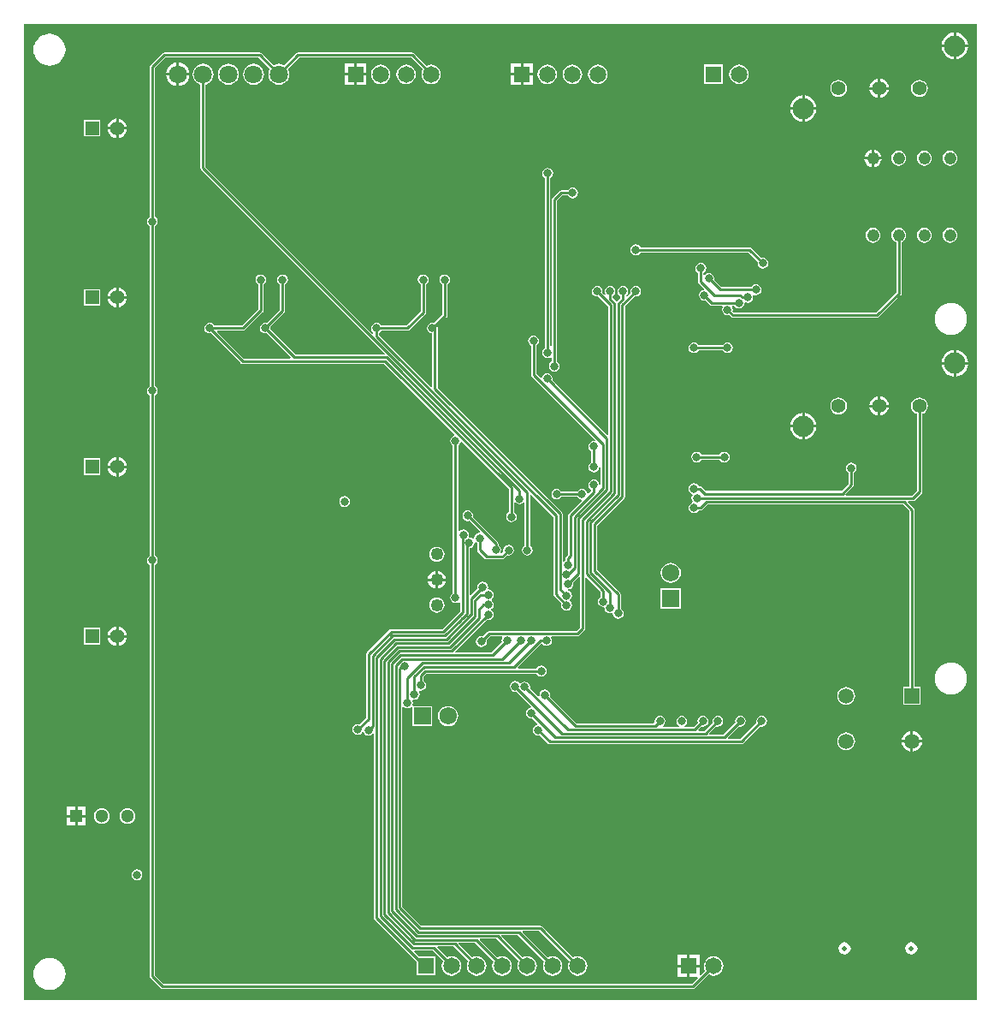
<source format=gbl>
G04 Layer_Physical_Order=2*
G04 Layer_Color=16711680*
%FSLAX25Y25*%
%MOIN*%
G70*
G01*
G75*
%ADD42C,0.01000*%
%ADD43C,0.08268*%
%ADD44C,0.05512*%
%ADD45R,0.05906X0.05906*%
%ADD46C,0.05906*%
%ADD47C,0.04791*%
%ADD48R,0.06496X0.06496*%
%ADD49C,0.06496*%
%ADD50C,0.07087*%
%ADD51C,0.01870*%
%ADD52R,0.06791X0.06791*%
%ADD53C,0.06791*%
%ADD54R,0.06791X0.06791*%
%ADD55R,0.05575X0.05575*%
%ADD56C,0.05575*%
%ADD57C,0.05118*%
%ADD58R,0.05118X0.05118*%
%ADD59C,0.04925*%
%ADD60C,0.03150*%
G36*
X371300Y0D02*
X0D01*
Y379800D01*
X371300D01*
Y0D01*
D02*
G37*
%LPC*%
G36*
X363280Y376448D02*
Y371835D01*
X367892D01*
X367781Y372676D01*
X367264Y373924D01*
X366441Y374997D01*
X365369Y375820D01*
X364120Y376337D01*
X363280Y376448D01*
D02*
G37*
G36*
X362280D02*
X361439Y376337D01*
X360190Y375820D01*
X359118Y374997D01*
X358295Y373924D01*
X357778Y372676D01*
X357667Y371835D01*
X362280D01*
Y376448D01*
D02*
G37*
G36*
X367892Y370835D02*
X363280D01*
Y366223D01*
X364120Y366334D01*
X365369Y366851D01*
X366441Y367674D01*
X367264Y368746D01*
X367781Y369995D01*
X367892Y370835D01*
D02*
G37*
G36*
X362280D02*
X357667D01*
X357778Y369995D01*
X358295Y368746D01*
X359118Y367674D01*
X360190Y366851D01*
X361439Y366334D01*
X362280Y366223D01*
Y370835D01*
D02*
G37*
G36*
X151328Y368720D02*
X106808D01*
X106418Y368642D01*
X106087Y368421D01*
X101438Y363772D01*
X101409Y363794D01*
X100426Y364201D01*
X99370Y364340D01*
X98315Y364201D01*
X97331Y363794D01*
X97302Y363772D01*
X92653Y368421D01*
X92322Y368642D01*
X91932Y368720D01*
X54700D01*
X54310Y368642D01*
X53979Y368421D01*
X49379Y363821D01*
X49158Y363490D01*
X49080Y363100D01*
Y304814D01*
X48604Y304496D01*
X48146Y303809D01*
X47985Y303000D01*
X48146Y302190D01*
X48604Y301504D01*
X49080Y301186D01*
Y238881D01*
X48604Y238562D01*
X48146Y237876D01*
X47985Y237067D01*
X48146Y236257D01*
X48604Y235571D01*
X49080Y235253D01*
Y172947D01*
X48604Y172629D01*
X48146Y171943D01*
X47985Y171133D01*
X48146Y170324D01*
X48604Y169638D01*
X49080Y169319D01*
Y9100D01*
X49158Y8710D01*
X49379Y8379D01*
X53379Y4379D01*
X53710Y4158D01*
X54100Y4080D01*
X260742D01*
X261133Y4158D01*
X261463Y4379D01*
X266929Y9844D01*
X266952Y9826D01*
X267864Y9448D01*
X268843Y9320D01*
X269821Y9448D01*
X270733Y9826D01*
X271516Y10427D01*
X272116Y11210D01*
X272494Y12122D01*
X272623Y13100D01*
X272494Y14078D01*
X272116Y14990D01*
X271516Y15773D01*
X270733Y16374D01*
X269821Y16752D01*
X268843Y16880D01*
X267864Y16752D01*
X266952Y16374D01*
X266169Y15773D01*
X265569Y14990D01*
X265191Y14078D01*
X265062Y13100D01*
X265191Y12122D01*
X265522Y11322D01*
X263710Y9509D01*
X263248Y9701D01*
Y12600D01*
X259500D01*
Y8852D01*
X262399D01*
X262591Y8390D01*
X260320Y6120D01*
X54522D01*
X51120Y9522D01*
Y169319D01*
X51596Y169638D01*
X52054Y170324D01*
X52215Y171133D01*
X52054Y171943D01*
X51596Y172629D01*
X51120Y172947D01*
Y235253D01*
X51596Y235571D01*
X52054Y236257D01*
X52215Y237067D01*
X52054Y237876D01*
X51596Y238562D01*
X51120Y238881D01*
Y301186D01*
X51596Y301504D01*
X52054Y302190D01*
X52215Y303000D01*
X52054Y303809D01*
X51596Y304496D01*
X51120Y304814D01*
Y362678D01*
X55122Y366680D01*
X91510D01*
X95860Y362330D01*
X95838Y362301D01*
X95431Y361318D01*
X95292Y360262D01*
X95431Y359207D01*
X95838Y358223D01*
X96486Y357379D01*
X97331Y356730D01*
X98315Y356323D01*
X99370Y356184D01*
X100426Y356323D01*
X101409Y356730D01*
X102254Y357379D01*
X102902Y358223D01*
X103309Y359207D01*
X103448Y360262D01*
X103309Y361318D01*
X102902Y362301D01*
X102880Y362330D01*
X107230Y366680D01*
X150906D01*
X155477Y362110D01*
X155116Y361239D01*
X154987Y360261D01*
X155116Y359282D01*
X155494Y358370D01*
X156095Y357588D01*
X156878Y356987D01*
X157789Y356609D01*
X158768Y356480D01*
X159746Y356609D01*
X160658Y356987D01*
X161441Y357588D01*
X162042Y358370D01*
X162419Y359282D01*
X162548Y360261D01*
X162419Y361239D01*
X162042Y362151D01*
X161441Y362934D01*
X160658Y363534D01*
X159746Y363912D01*
X158768Y364041D01*
X157789Y363912D01*
X156919Y363552D01*
X152049Y368421D01*
X151719Y368642D01*
X151328Y368720D01*
D02*
G37*
G36*
X10000Y376080D02*
X8783Y375960D01*
X7613Y375605D01*
X6534Y375029D01*
X5589Y374253D01*
X4813Y373307D01*
X4236Y372229D01*
X3881Y371059D01*
X3761Y369841D01*
X3881Y368624D01*
X4236Y367454D01*
X4813Y366375D01*
X5589Y365430D01*
X6534Y364654D01*
X7613Y364078D01*
X8783Y363723D01*
X10000Y363603D01*
X11217Y363723D01*
X12387Y364078D01*
X13466Y364654D01*
X14411Y365430D01*
X15187Y366375D01*
X15764Y367454D01*
X16119Y368624D01*
X16239Y369841D01*
X16119Y371059D01*
X15764Y372229D01*
X15187Y373307D01*
X14411Y374253D01*
X13466Y375029D01*
X12387Y375605D01*
X11217Y375960D01*
X10000Y376080D01*
D02*
G37*
G36*
X60500Y364779D02*
Y360762D01*
X64517D01*
X64426Y361448D01*
X63969Y362554D01*
X63240Y363503D01*
X62291Y364231D01*
X61186Y364689D01*
X60500Y364779D01*
D02*
G37*
G36*
X59500D02*
X58814Y364689D01*
X57709Y364231D01*
X56760Y363503D01*
X56031Y362554D01*
X55574Y361448D01*
X55483Y360762D01*
X59500D01*
Y364779D01*
D02*
G37*
G36*
X198339Y364509D02*
X194591D01*
Y360761D01*
X198339D01*
Y364509D01*
D02*
G37*
G36*
X193591D02*
X189843D01*
Y360761D01*
X193591D01*
Y364509D01*
D02*
G37*
G36*
X133488D02*
X129740D01*
Y360761D01*
X133488D01*
Y364509D01*
D02*
G37*
G36*
X128740D02*
X124992D01*
Y360761D01*
X128740D01*
Y364509D01*
D02*
G37*
G36*
X272532Y364060D02*
X265036D01*
Y356564D01*
X272532D01*
Y364060D01*
D02*
G37*
G36*
X278626Y364093D02*
X277648Y363964D01*
X276736Y363586D01*
X275953Y362985D01*
X275352Y362202D01*
X274975Y361291D01*
X274846Y360312D01*
X274975Y359334D01*
X275352Y358422D01*
X275953Y357639D01*
X276736Y357038D01*
X277648Y356661D01*
X278626Y356532D01*
X279605Y356661D01*
X280516Y357038D01*
X281299Y357639D01*
X281900Y358422D01*
X282278Y359334D01*
X282406Y360312D01*
X282278Y361291D01*
X281900Y362202D01*
X281299Y362985D01*
X280516Y363586D01*
X279605Y363964D01*
X278626Y364093D01*
D02*
G37*
G36*
X223618Y364041D02*
X222640Y363912D01*
X221728Y363534D01*
X220945Y362934D01*
X220344Y362151D01*
X219967Y361239D01*
X219838Y360261D01*
X219967Y359282D01*
X220344Y358370D01*
X220945Y357588D01*
X221728Y356987D01*
X222640Y356609D01*
X223618Y356480D01*
X224597Y356609D01*
X225508Y356987D01*
X226291Y357588D01*
X226892Y358370D01*
X227270Y359282D01*
X227399Y360261D01*
X227270Y361239D01*
X226892Y362151D01*
X226291Y362934D01*
X225508Y363534D01*
X224597Y363912D01*
X223618Y364041D01*
D02*
G37*
G36*
X213776D02*
X212797Y363912D01*
X211885Y363534D01*
X211103Y362934D01*
X210502Y362151D01*
X210124Y361239D01*
X209995Y360261D01*
X210124Y359282D01*
X210502Y358370D01*
X211103Y357588D01*
X211885Y356987D01*
X212797Y356609D01*
X213776Y356480D01*
X214754Y356609D01*
X215666Y356987D01*
X216449Y357588D01*
X217050Y358370D01*
X217427Y359282D01*
X217556Y360261D01*
X217427Y361239D01*
X217050Y362151D01*
X216449Y362934D01*
X215666Y363534D01*
X214754Y363912D01*
X213776Y364041D01*
D02*
G37*
G36*
X203933D02*
X202955Y363912D01*
X202043Y363534D01*
X201260Y362934D01*
X200659Y362151D01*
X200282Y361239D01*
X200153Y360261D01*
X200282Y359282D01*
X200659Y358370D01*
X201260Y357588D01*
X202043Y356987D01*
X202955Y356609D01*
X203933Y356480D01*
X204912Y356609D01*
X205823Y356987D01*
X206606Y357588D01*
X207207Y358370D01*
X207585Y359282D01*
X207714Y360261D01*
X207585Y361239D01*
X207207Y362151D01*
X206606Y362934D01*
X205823Y363534D01*
X204912Y363912D01*
X203933Y364041D01*
D02*
G37*
G36*
X148925D02*
X147947Y363912D01*
X147035Y363534D01*
X146252Y362934D01*
X145651Y362151D01*
X145274Y361239D01*
X145145Y360261D01*
X145274Y359282D01*
X145651Y358370D01*
X146252Y357588D01*
X147035Y356987D01*
X147947Y356609D01*
X148925Y356480D01*
X149904Y356609D01*
X150815Y356987D01*
X151598Y357588D01*
X152199Y358370D01*
X152577Y359282D01*
X152706Y360261D01*
X152577Y361239D01*
X152199Y362151D01*
X151598Y362934D01*
X150815Y363534D01*
X149904Y363912D01*
X148925Y364041D01*
D02*
G37*
G36*
X139083D02*
X138104Y363912D01*
X137192Y363534D01*
X136410Y362934D01*
X135809Y362151D01*
X135431Y361239D01*
X135302Y360261D01*
X135431Y359282D01*
X135809Y358370D01*
X136410Y357588D01*
X137192Y356987D01*
X138104Y356609D01*
X139083Y356480D01*
X140061Y356609D01*
X140973Y356987D01*
X141756Y357588D01*
X142357Y358370D01*
X142734Y359282D01*
X142863Y360261D01*
X142734Y361239D01*
X142357Y362151D01*
X141756Y362934D01*
X140973Y363534D01*
X140061Y363912D01*
X139083Y364041D01*
D02*
G37*
G36*
X89528Y364340D02*
X88472Y364201D01*
X87489Y363794D01*
X86644Y363146D01*
X85996Y362301D01*
X85588Y361318D01*
X85449Y360262D01*
X85588Y359207D01*
X85996Y358223D01*
X86644Y357379D01*
X87489Y356730D01*
X88472Y356323D01*
X89528Y356184D01*
X90583Y356323D01*
X91567Y356730D01*
X92411Y357379D01*
X93059Y358223D01*
X93467Y359207D01*
X93606Y360262D01*
X93467Y361318D01*
X93059Y362301D01*
X92411Y363146D01*
X91567Y363794D01*
X90583Y364201D01*
X89528Y364340D01*
D02*
G37*
G36*
X79685D02*
X78629Y364201D01*
X77646Y363794D01*
X76801Y363146D01*
X76153Y362301D01*
X75746Y361318D01*
X75607Y360262D01*
X75746Y359207D01*
X76153Y358223D01*
X76801Y357379D01*
X77646Y356730D01*
X78629Y356323D01*
X79685Y356184D01*
X80740Y356323D01*
X81724Y356730D01*
X82569Y357379D01*
X83217Y358223D01*
X83624Y359207D01*
X83763Y360262D01*
X83624Y361318D01*
X83217Y362301D01*
X82569Y363146D01*
X81724Y363794D01*
X80740Y364201D01*
X79685Y364340D01*
D02*
G37*
G36*
X198339Y359761D02*
X194591D01*
Y356013D01*
X198339D01*
Y359761D01*
D02*
G37*
G36*
X193591D02*
X189843D01*
Y356013D01*
X193591D01*
Y359761D01*
D02*
G37*
G36*
X133488D02*
X129740D01*
Y356013D01*
X133488D01*
Y359761D01*
D02*
G37*
G36*
X128740D02*
X124992D01*
Y356013D01*
X128740D01*
Y359761D01*
D02*
G37*
G36*
X64517Y359762D02*
X60500D01*
Y355746D01*
X61186Y355836D01*
X62291Y356294D01*
X63240Y357022D01*
X63969Y357971D01*
X64426Y359076D01*
X64517Y359762D01*
D02*
G37*
G36*
X59500D02*
X55483D01*
X55574Y359076D01*
X56031Y357971D01*
X56760Y357022D01*
X57709Y356294D01*
X58814Y355836D01*
X59500Y355746D01*
Y359762D01*
D02*
G37*
G36*
X333752Y358523D02*
Y355300D01*
X336974D01*
X336911Y355781D01*
X336533Y356694D01*
X335931Y357479D01*
X335146Y358081D01*
X334232Y358459D01*
X333752Y358523D01*
D02*
G37*
G36*
X332752D02*
X332272Y358459D01*
X331358Y358081D01*
X330573Y357479D01*
X329971Y356694D01*
X329593Y355781D01*
X329530Y355300D01*
X332752D01*
Y358523D01*
D02*
G37*
G36*
X349000Y358084D02*
X348150Y357972D01*
X347358Y357644D01*
X346678Y357122D01*
X346156Y356442D01*
X345828Y355650D01*
X345716Y354800D01*
X345828Y353950D01*
X346156Y353158D01*
X346678Y352478D01*
X347358Y351956D01*
X348150Y351628D01*
X349000Y351516D01*
X349850Y351628D01*
X350642Y351956D01*
X351322Y352478D01*
X351844Y353158D01*
X352172Y353950D01*
X352284Y354800D01*
X352172Y355650D01*
X351844Y356442D01*
X351322Y357122D01*
X350642Y357644D01*
X349850Y357972D01*
X349000Y358084D01*
D02*
G37*
G36*
X317504D02*
X316654Y357972D01*
X315862Y357644D01*
X315182Y357122D01*
X314660Y356442D01*
X314332Y355650D01*
X314220Y354800D01*
X314332Y353950D01*
X314660Y353158D01*
X315182Y352478D01*
X315862Y351956D01*
X316654Y351628D01*
X317504Y351516D01*
X318354Y351628D01*
X319146Y351956D01*
X319826Y352478D01*
X320348Y353158D01*
X320676Y353950D01*
X320788Y354800D01*
X320676Y355650D01*
X320348Y356442D01*
X319826Y357122D01*
X319146Y357644D01*
X318354Y357972D01*
X317504Y358084D01*
D02*
G37*
G36*
X336974Y354300D02*
X333752D01*
Y351078D01*
X334232Y351141D01*
X335146Y351519D01*
X335931Y352121D01*
X336533Y352906D01*
X336911Y353819D01*
X336974Y354300D01*
D02*
G37*
G36*
X332752D02*
X329530D01*
X329593Y353819D01*
X329971Y352906D01*
X330573Y352121D01*
X331358Y351519D01*
X332272Y351141D01*
X332752Y351078D01*
Y354300D01*
D02*
G37*
G36*
X304224Y352038D02*
Y347426D01*
X308837D01*
X308726Y348266D01*
X308209Y349515D01*
X307386Y350588D01*
X306313Y351410D01*
X305065Y351928D01*
X304224Y352038D01*
D02*
G37*
G36*
X303224D02*
X302384Y351928D01*
X301135Y351410D01*
X300063Y350588D01*
X299240Y349515D01*
X298723Y348266D01*
X298612Y347426D01*
X303224D01*
Y352038D01*
D02*
G37*
G36*
X308837Y346426D02*
X304224D01*
Y341814D01*
X305065Y341924D01*
X306313Y342442D01*
X307386Y343265D01*
X308209Y344337D01*
X308726Y345586D01*
X308837Y346426D01*
D02*
G37*
G36*
X303224D02*
X298612D01*
X298723Y345586D01*
X299240Y344337D01*
X300063Y343265D01*
X301135Y342442D01*
X302384Y341924D01*
X303224Y341814D01*
Y346426D01*
D02*
G37*
G36*
X36903Y343044D02*
Y339790D01*
X40157D01*
X40093Y340279D01*
X39712Y341200D01*
X39105Y341991D01*
X38313Y342598D01*
X37392Y342980D01*
X36903Y343044D01*
D02*
G37*
G36*
X35903D02*
X35415Y342980D01*
X34493Y342598D01*
X33702Y341991D01*
X33095Y341200D01*
X32713Y340279D01*
X32649Y339790D01*
X35903D01*
Y343044D01*
D02*
G37*
G36*
X29848Y342578D02*
X23273D01*
Y336003D01*
X29848D01*
Y342578D01*
D02*
G37*
G36*
X40157Y338790D02*
X36903D01*
Y335536D01*
X37392Y335600D01*
X38313Y335982D01*
X39105Y336589D01*
X39712Y337380D01*
X40093Y338301D01*
X40157Y338790D01*
D02*
G37*
G36*
X35903D02*
X32649D01*
X32713Y338301D01*
X33095Y337380D01*
X33702Y336589D01*
X34493Y335982D01*
X35415Y335600D01*
X35903Y335536D01*
Y338790D01*
D02*
G37*
G36*
X331397Y330934D02*
Y328075D01*
X334256D01*
X334205Y328461D01*
X333863Y329287D01*
X333319Y329997D01*
X332610Y330541D01*
X331783Y330883D01*
X331397Y330934D01*
D02*
G37*
G36*
X330397Y330934D02*
X330011Y330883D01*
X329185Y330541D01*
X328475Y329997D01*
X327931Y329287D01*
X327589Y328461D01*
X327538Y328075D01*
X330397D01*
Y330934D01*
D02*
G37*
G36*
X360897Y330496D02*
X360141Y330396D01*
X359437Y330104D01*
X358832Y329640D01*
X358368Y329035D01*
X358076Y328331D01*
X357976Y327575D01*
X358076Y326819D01*
X358368Y326115D01*
X358832Y325510D01*
X359437Y325045D01*
X360141Y324754D01*
X360897Y324654D01*
X361653Y324754D01*
X362357Y325045D01*
X362962Y325510D01*
X363426Y326115D01*
X363718Y326819D01*
X363818Y327575D01*
X363718Y328331D01*
X363426Y329035D01*
X362962Y329640D01*
X362357Y330104D01*
X361653Y330396D01*
X360897Y330496D01*
D02*
G37*
G36*
X350897D02*
X350141Y330396D01*
X349437Y330104D01*
X348832Y329640D01*
X348368Y329035D01*
X348076Y328331D01*
X347976Y327575D01*
X348076Y326819D01*
X348368Y326115D01*
X348832Y325510D01*
X349437Y325045D01*
X350141Y324754D01*
X350897Y324654D01*
X351653Y324754D01*
X352357Y325045D01*
X352962Y325510D01*
X353426Y326115D01*
X353718Y326819D01*
X353818Y327575D01*
X353718Y328331D01*
X353426Y329035D01*
X352962Y329640D01*
X352357Y330104D01*
X351653Y330396D01*
X350897Y330496D01*
D02*
G37*
G36*
X340897D02*
X340141Y330396D01*
X339437Y330104D01*
X338832Y329640D01*
X338368Y329035D01*
X338076Y328331D01*
X337976Y327575D01*
X338076Y326819D01*
X338368Y326115D01*
X338832Y325510D01*
X339437Y325045D01*
X340141Y324754D01*
X340897Y324654D01*
X341653Y324754D01*
X342357Y325045D01*
X342962Y325510D01*
X343426Y326115D01*
X343718Y326819D01*
X343818Y327575D01*
X343718Y328331D01*
X343426Y329035D01*
X342962Y329640D01*
X342357Y330104D01*
X341653Y330396D01*
X340897Y330496D01*
D02*
G37*
G36*
X330397Y327075D02*
X327538D01*
X327589Y326688D01*
X327931Y325862D01*
X328475Y325153D01*
X329185Y324609D01*
X330011Y324267D01*
X330397Y324216D01*
Y327075D01*
D02*
G37*
G36*
X334256D02*
X331397D01*
Y324216D01*
X331783Y324267D01*
X332610Y324609D01*
X333319Y325153D01*
X333863Y325862D01*
X334205Y326688D01*
X334256Y327075D01*
D02*
G37*
G36*
X204100Y323815D02*
X203291Y323654D01*
X202604Y323196D01*
X202146Y322510D01*
X201985Y321700D01*
X202146Y320890D01*
X202604Y320204D01*
X203080Y319886D01*
Y253714D01*
X202604Y253396D01*
X202146Y252710D01*
X201985Y251900D01*
X202146Y251091D01*
X202604Y250404D01*
X203291Y249946D01*
X204100Y249784D01*
X204909Y249946D01*
X205180Y250127D01*
X205680Y249859D01*
Y248414D01*
X205204Y248096D01*
X204746Y247410D01*
X204585Y246600D01*
X204746Y245791D01*
X205204Y245104D01*
X205890Y244646D01*
X206700Y244484D01*
X207509Y244646D01*
X208196Y245104D01*
X208654Y245791D01*
X208816Y246600D01*
X208654Y247410D01*
X208196Y248096D01*
X207720Y248414D01*
Y310978D01*
X209782Y313040D01*
X211962D01*
X212280Y312564D01*
X212966Y312105D01*
X213776Y311944D01*
X214585Y312105D01*
X215271Y312564D01*
X215730Y313250D01*
X215891Y314060D01*
X215730Y314869D01*
X215271Y315556D01*
X214585Y316014D01*
X213776Y316175D01*
X212966Y316014D01*
X212280Y315556D01*
X211962Y315079D01*
X209360D01*
X208970Y315002D01*
X208639Y314781D01*
X205979Y312121D01*
X205758Y311790D01*
X205680Y311400D01*
Y254455D01*
X205180Y254171D01*
X205120Y254208D01*
Y319886D01*
X205596Y320204D01*
X206054Y320890D01*
X206216Y321700D01*
X206054Y322510D01*
X205596Y323196D01*
X204909Y323654D01*
X204100Y323815D01*
D02*
G37*
G36*
X360897Y300496D02*
X360141Y300396D01*
X359437Y300104D01*
X358832Y299640D01*
X358368Y299035D01*
X358076Y298331D01*
X357976Y297575D01*
X358076Y296819D01*
X358368Y296114D01*
X358832Y295510D01*
X359437Y295045D01*
X360141Y294754D01*
X360897Y294654D01*
X361653Y294754D01*
X362357Y295045D01*
X362962Y295510D01*
X363426Y296114D01*
X363718Y296819D01*
X363818Y297575D01*
X363718Y298331D01*
X363426Y299035D01*
X362962Y299640D01*
X362357Y300104D01*
X361653Y300396D01*
X360897Y300496D01*
D02*
G37*
G36*
X350897D02*
X350141Y300396D01*
X349437Y300104D01*
X348832Y299640D01*
X348368Y299035D01*
X348076Y298331D01*
X347976Y297575D01*
X348076Y296819D01*
X348368Y296114D01*
X348832Y295510D01*
X349437Y295045D01*
X350141Y294754D01*
X350897Y294654D01*
X351653Y294754D01*
X352357Y295045D01*
X352962Y295510D01*
X353426Y296114D01*
X353718Y296819D01*
X353818Y297575D01*
X353718Y298331D01*
X353426Y299035D01*
X352962Y299640D01*
X352357Y300104D01*
X351653Y300396D01*
X350897Y300496D01*
D02*
G37*
G36*
X330897D02*
X330141Y300396D01*
X329437Y300104D01*
X328832Y299640D01*
X328368Y299035D01*
X328076Y298331D01*
X327976Y297575D01*
X328076Y296819D01*
X328368Y296114D01*
X328832Y295510D01*
X329437Y295045D01*
X330141Y294754D01*
X330897Y294654D01*
X331653Y294754D01*
X332357Y295045D01*
X332962Y295510D01*
X333426Y296114D01*
X333718Y296819D01*
X333818Y297575D01*
X333718Y298331D01*
X333426Y299035D01*
X332962Y299640D01*
X332357Y300104D01*
X331653Y300396D01*
X330897Y300496D01*
D02*
G37*
G36*
X238500Y294016D02*
X237690Y293854D01*
X237004Y293396D01*
X236546Y292709D01*
X236385Y291900D01*
X236546Y291090D01*
X237004Y290404D01*
X237690Y289946D01*
X238500Y289785D01*
X239310Y289946D01*
X239996Y290404D01*
X240314Y290880D01*
X282431D01*
X285996Y287315D01*
X285884Y286753D01*
X286046Y285943D01*
X286504Y285257D01*
X287191Y284798D01*
X288000Y284637D01*
X288809Y284798D01*
X289496Y285257D01*
X289954Y285943D01*
X290115Y286753D01*
X289954Y287562D01*
X289496Y288249D01*
X288809Y288707D01*
X288000Y288868D01*
X287438Y288756D01*
X283574Y292621D01*
X283243Y292842D01*
X282853Y292920D01*
X240314D01*
X239996Y293396D01*
X239310Y293854D01*
X238500Y294016D01*
D02*
G37*
G36*
X340897Y300496D02*
X340141Y300396D01*
X339437Y300104D01*
X338832Y299640D01*
X338368Y299035D01*
X338076Y298331D01*
X337976Y297575D01*
X338076Y296819D01*
X338368Y296114D01*
X338832Y295510D01*
X339437Y295045D01*
X339980Y294820D01*
Y275422D01*
X331978Y267420D01*
X276822D01*
X276204Y268038D01*
X276315Y268600D01*
X276154Y269409D01*
X275926Y269751D01*
X276193Y270251D01*
X276786D01*
X277104Y269775D01*
X277790Y269316D01*
X278600Y269155D01*
X279410Y269316D01*
X280096Y269775D01*
X280554Y270461D01*
X280715Y271271D01*
X281175Y271523D01*
X281291Y271446D01*
X282100Y271285D01*
X282909Y271446D01*
X283596Y271904D01*
X284054Y272590D01*
X284215Y273400D01*
X284071Y274124D01*
X284275Y274337D01*
X284477Y274455D01*
X284490Y274446D01*
X285300Y274285D01*
X286109Y274446D01*
X286796Y274904D01*
X287254Y275590D01*
X287416Y276400D01*
X287254Y277209D01*
X286796Y277896D01*
X286109Y278354D01*
X285300Y278516D01*
X284490Y278354D01*
X283804Y277896D01*
X283486Y277420D01*
X271722D01*
X268904Y280238D01*
X269016Y280800D01*
X268854Y281610D01*
X268396Y282296D01*
X267709Y282754D01*
X266900Y282915D01*
X266090Y282754D01*
X265404Y282296D01*
X265320Y282169D01*
X264820Y282321D01*
Y282970D01*
X265296Y283288D01*
X265754Y283975D01*
X265915Y284784D01*
X265754Y285594D01*
X265296Y286280D01*
X264610Y286739D01*
X263800Y286900D01*
X262990Y286739D01*
X262304Y286280D01*
X261846Y285594D01*
X261684Y284784D01*
X261846Y283975D01*
X262304Y283288D01*
X262780Y282970D01*
Y279500D01*
X262858Y279110D01*
X263079Y278779D01*
X265061Y276798D01*
X264896Y276255D01*
X264390Y276154D01*
X263704Y275696D01*
X263246Y275009D01*
X263085Y274200D01*
X263246Y273391D01*
X263704Y272704D01*
X264390Y272246D01*
X265200Y272084D01*
X265762Y272196D01*
X267408Y270550D01*
X267739Y270329D01*
X268129Y270251D01*
X272206D01*
X272474Y269751D01*
X272246Y269409D01*
X272084Y268600D01*
X272246Y267791D01*
X272704Y267104D01*
X273391Y266646D01*
X274200Y266484D01*
X274762Y266596D01*
X275679Y265679D01*
X276010Y265458D01*
X276400Y265380D01*
X332400D01*
X332790Y265458D01*
X333121Y265679D01*
X341721Y274279D01*
X341942Y274610D01*
X342020Y275000D01*
Y294905D01*
X342357Y295045D01*
X342962Y295510D01*
X343426Y296114D01*
X343718Y296819D01*
X343818Y297575D01*
X343718Y298331D01*
X343426Y299035D01*
X342962Y299640D01*
X342357Y300104D01*
X341653Y300396D01*
X340897Y300496D01*
D02*
G37*
G36*
X36903Y277099D02*
Y273845D01*
X40157D01*
X40093Y274334D01*
X39712Y275255D01*
X39105Y276046D01*
X38313Y276653D01*
X37392Y277035D01*
X36903Y277099D01*
D02*
G37*
G36*
X35903D02*
X35415Y277035D01*
X34493Y276653D01*
X33702Y276046D01*
X33095Y275255D01*
X32713Y274334D01*
X32649Y273845D01*
X35903D01*
Y277099D01*
D02*
G37*
G36*
X29848Y276632D02*
X23273D01*
Y270058D01*
X29848D01*
Y276632D01*
D02*
G37*
G36*
X40157Y272845D02*
X36903D01*
Y269591D01*
X37392Y269655D01*
X38313Y270037D01*
X39105Y270644D01*
X39712Y271435D01*
X40093Y272356D01*
X40157Y272845D01*
D02*
G37*
G36*
X35903D02*
X32649D01*
X32713Y272356D01*
X33095Y271435D01*
X33702Y270644D01*
X34493Y270037D01*
X35415Y269655D01*
X35903Y269591D01*
Y272845D01*
D02*
G37*
G36*
X361281Y271239D02*
X360064Y271119D01*
X358894Y270764D01*
X357815Y270187D01*
X356870Y269411D01*
X356094Y268466D01*
X355517Y267387D01*
X355162Y266217D01*
X355042Y265000D01*
X355162Y263783D01*
X355517Y262613D01*
X356094Y261534D01*
X356870Y260589D01*
X357815Y259813D01*
X358894Y259236D01*
X360064Y258881D01*
X361281Y258761D01*
X362498Y258881D01*
X363669Y259236D01*
X364747Y259813D01*
X365692Y260589D01*
X366468Y261534D01*
X367045Y262613D01*
X367400Y263783D01*
X367520Y265000D01*
X367400Y266217D01*
X367045Y267387D01*
X366468Y268466D01*
X365692Y269411D01*
X364747Y270187D01*
X363669Y270764D01*
X362498Y271119D01*
X361281Y271239D01*
D02*
G37*
G36*
X274200Y255915D02*
X273391Y255754D01*
X272704Y255296D01*
X272386Y254820D01*
X262914D01*
X262596Y255296D01*
X261910Y255754D01*
X261100Y255915D01*
X260291Y255754D01*
X259604Y255296D01*
X259146Y254609D01*
X258984Y253800D01*
X259146Y252991D01*
X259604Y252304D01*
X260291Y251846D01*
X261100Y251684D01*
X261910Y251846D01*
X262596Y252304D01*
X262914Y252780D01*
X272386D01*
X272704Y252304D01*
X273391Y251846D01*
X274200Y251684D01*
X275009Y251846D01*
X275696Y252304D01*
X276154Y252991D01*
X276315Y253800D01*
X276154Y254609D01*
X275696Y255296D01*
X275009Y255754D01*
X274200Y255915D01*
D02*
G37*
G36*
X69842Y364340D02*
X68787Y364201D01*
X67803Y363794D01*
X66959Y363146D01*
X66311Y362301D01*
X65903Y361318D01*
X65764Y360262D01*
X65903Y359207D01*
X66311Y358223D01*
X66959Y357379D01*
X67803Y356730D01*
X68787Y356323D01*
X68823Y356318D01*
Y323741D01*
X68901Y323351D01*
X69122Y323021D01*
X140560Y251582D01*
X140369Y251120D01*
X105885D01*
X96100Y260904D01*
X96212Y261466D01*
X96100Y262028D01*
X101521Y267449D01*
X101742Y267779D01*
X101820Y268169D01*
Y278386D01*
X102296Y278704D01*
X102754Y279391D01*
X102916Y280200D01*
X102754Y281010D01*
X102296Y281696D01*
X101610Y282154D01*
X100800Y282315D01*
X99990Y282154D01*
X99304Y281696D01*
X98846Y281010D01*
X98685Y280200D01*
X98846Y279391D01*
X99304Y278704D01*
X99780Y278386D01*
Y268592D01*
X94658Y263470D01*
X94097Y263582D01*
X93287Y263421D01*
X92601Y262962D01*
X92142Y262276D01*
X91981Y261466D01*
X92142Y260657D01*
X92601Y259970D01*
X93287Y259512D01*
X94097Y259351D01*
X94658Y259462D01*
X104039Y250081D01*
X103848Y249620D01*
X85683D01*
X75318Y259985D01*
X75510Y260447D01*
X85466D01*
X85856Y260524D01*
X86187Y260745D01*
X93061Y267619D01*
X93282Y267950D01*
X93360Y268340D01*
Y278386D01*
X93836Y278704D01*
X94294Y279391D01*
X94455Y280200D01*
X94294Y281010D01*
X93836Y281696D01*
X93150Y282154D01*
X92340Y282315D01*
X91530Y282154D01*
X90844Y281696D01*
X90386Y281010D01*
X90224Y280200D01*
X90386Y279391D01*
X90844Y278704D01*
X91320Y278386D01*
Y268762D01*
X85044Y262486D01*
X74209D01*
X73891Y262962D01*
X73204Y263421D01*
X72395Y263582D01*
X71585Y263421D01*
X70899Y262962D01*
X70441Y262276D01*
X70279Y261466D01*
X70441Y260657D01*
X70899Y259970D01*
X71585Y259512D01*
X72395Y259351D01*
X72957Y259462D01*
X84540Y247879D01*
X84871Y247658D01*
X85261Y247580D01*
X140319D01*
X167845Y220055D01*
X167680Y219512D01*
X167391Y219454D01*
X166704Y218996D01*
X166246Y218309D01*
X166085Y217500D01*
X166246Y216690D01*
X166704Y216004D01*
X167180Y215686D01*
Y158314D01*
X166704Y157996D01*
X166246Y157309D01*
X166085Y156500D01*
X166246Y155691D01*
X166704Y155004D01*
X167391Y154546D01*
X168200Y154385D01*
X169009Y154546D01*
X169415Y154816D01*
X169915Y154549D01*
Y151157D01*
X163078Y144320D01*
X143251D01*
X142861Y144242D01*
X142530Y144021D01*
X133679Y135170D01*
X133458Y134839D01*
X133380Y134449D01*
Y109722D01*
X130829Y107170D01*
X130100Y107316D01*
X129290Y107154D01*
X128604Y106696D01*
X128146Y106009D01*
X127984Y105200D01*
X128146Y104391D01*
X128604Y103704D01*
X129290Y103246D01*
X130100Y103085D01*
X130910Y103246D01*
X131596Y103704D01*
X131840Y104069D01*
X132050Y104078D01*
X132401Y104008D01*
X132804Y103404D01*
X133491Y102946D01*
X134300Y102785D01*
X135109Y102946D01*
X135796Y103404D01*
X135880Y103531D01*
X136380Y103379D01*
Y31972D01*
X136458Y31582D01*
X136679Y31251D01*
X153052Y14878D01*
Y9352D01*
X160548D01*
Y16848D01*
X153966D01*
X152095Y18719D01*
X152287Y19180D01*
X159278D01*
X163412Y15046D01*
X163369Y14990D01*
X162991Y14078D01*
X162862Y13100D01*
X162991Y12122D01*
X163369Y11210D01*
X163969Y10427D01*
X164752Y9826D01*
X165664Y9448D01*
X166642Y9320D01*
X167621Y9448D01*
X168533Y9826D01*
X169316Y10427D01*
X169916Y11210D01*
X170294Y12122D01*
X170423Y13100D01*
X170294Y14078D01*
X169916Y14990D01*
X169316Y15773D01*
X168533Y16374D01*
X167621Y16752D01*
X166642Y16880D01*
X165664Y16752D01*
X164905Y16437D01*
X161124Y20219D01*
X161315Y20680D01*
X167463D01*
X173194Y14949D01*
X172834Y14078D01*
X172705Y13100D01*
X172834Y12122D01*
X173211Y11210D01*
X173812Y10427D01*
X174595Y9826D01*
X175507Y9448D01*
X176485Y9320D01*
X177463Y9448D01*
X178375Y9826D01*
X179158Y10427D01*
X179759Y11210D01*
X180137Y12122D01*
X180265Y13100D01*
X180137Y14078D01*
X179759Y14990D01*
X179158Y15773D01*
X178375Y16374D01*
X177463Y16752D01*
X176485Y16880D01*
X175507Y16752D01*
X174636Y16391D01*
X169308Y21719D01*
X169500Y22180D01*
X175805D01*
X183037Y14949D01*
X182676Y14078D01*
X182547Y13100D01*
X182676Y12122D01*
X183054Y11210D01*
X183654Y10427D01*
X184437Y9826D01*
X185349Y9448D01*
X186328Y9320D01*
X187306Y9448D01*
X188218Y9826D01*
X189001Y10427D01*
X189602Y11210D01*
X189979Y12122D01*
X190108Y13100D01*
X189979Y14078D01*
X189602Y14990D01*
X189001Y15773D01*
X188218Y16374D01*
X187306Y16752D01*
X186328Y16880D01*
X185349Y16752D01*
X184478Y16391D01*
X177651Y23219D01*
X177842Y23680D01*
X184148D01*
X192879Y14949D01*
X192518Y14078D01*
X192390Y13100D01*
X192518Y12122D01*
X192896Y11210D01*
X193497Y10427D01*
X194280Y9826D01*
X195192Y9448D01*
X196170Y9320D01*
X197149Y9448D01*
X198060Y9826D01*
X198843Y10427D01*
X199444Y11210D01*
X199822Y12122D01*
X199951Y13100D01*
X199822Y14078D01*
X199444Y14990D01*
X198843Y15773D01*
X198060Y16374D01*
X197149Y16752D01*
X196170Y16880D01*
X195192Y16752D01*
X194321Y16391D01*
X185994Y24719D01*
X186185Y25180D01*
X192490D01*
X202722Y14949D01*
X202361Y14078D01*
X202232Y13100D01*
X202361Y12122D01*
X202739Y11210D01*
X203340Y10427D01*
X204122Y9826D01*
X205034Y9448D01*
X206013Y9320D01*
X206991Y9448D01*
X207903Y9826D01*
X208686Y10427D01*
X209286Y11210D01*
X209664Y12122D01*
X209793Y13100D01*
X209664Y14078D01*
X209286Y14990D01*
X208686Y15773D01*
X207903Y16374D01*
X206991Y16752D01*
X206013Y16880D01*
X205034Y16752D01*
X204164Y16391D01*
X194336Y26219D01*
X194527Y26680D01*
X200833D01*
X212564Y14949D01*
X212204Y14078D01*
X212075Y13100D01*
X212204Y12122D01*
X212581Y11210D01*
X213182Y10427D01*
X213965Y9826D01*
X214877Y9448D01*
X215855Y9320D01*
X216834Y9448D01*
X217745Y9826D01*
X218528Y10427D01*
X219129Y11210D01*
X219507Y12122D01*
X219636Y13100D01*
X219507Y14078D01*
X219129Y14990D01*
X218528Y15773D01*
X217745Y16374D01*
X216834Y16752D01*
X215855Y16880D01*
X214877Y16752D01*
X214006Y16391D01*
X201976Y28421D01*
X201645Y28642D01*
X201255Y28720D01*
X154822D01*
X147420Y36122D01*
Y113979D01*
X147920Y114131D01*
X148004Y114004D01*
X148690Y113546D01*
X149500Y113384D01*
X150310Y113546D01*
X150904Y113943D01*
X151237Y113837D01*
X151404Y113722D01*
Y106504D01*
X159196D01*
Y114296D01*
X151792D01*
X151667Y114442D01*
X151475Y114796D01*
X151616Y115500D01*
X151454Y116309D01*
X151382Y116418D01*
X151683Y116867D01*
X152100Y116785D01*
X152910Y116946D01*
X153596Y117404D01*
X154054Y118090D01*
X154216Y118900D01*
X154054Y119710D01*
X153905Y119933D01*
X154206Y120383D01*
X154700Y120284D01*
X155509Y120446D01*
X156196Y120904D01*
X156654Y121590D01*
X156816Y122400D01*
X156654Y123210D01*
X156196Y123896D01*
X155720Y124214D01*
Y125678D01*
X156922Y126880D01*
X199786D01*
X200104Y126404D01*
X200791Y125946D01*
X201600Y125785D01*
X202410Y125946D01*
X203096Y126404D01*
X203554Y127091D01*
X203715Y127900D01*
X203554Y128709D01*
X203096Y129396D01*
X202410Y129854D01*
X201600Y130016D01*
X200791Y129854D01*
X200104Y129396D01*
X199786Y128920D01*
X192556D01*
X192365Y129382D01*
X201416Y138433D01*
X202060Y138370D01*
X202104Y138304D01*
X202790Y137846D01*
X203600Y137685D01*
X204410Y137846D01*
X205096Y138304D01*
X205554Y138990D01*
X205715Y139800D01*
X205554Y140610D01*
X205373Y140880D01*
X205641Y141380D01*
X215800D01*
X216190Y141458D01*
X216521Y141679D01*
X218521Y143679D01*
X218742Y144010D01*
X218820Y144400D01*
Y164064D01*
X219282Y164255D01*
X224780Y158756D01*
Y156814D01*
X224304Y156496D01*
X223846Y155809D01*
X223685Y155000D01*
X223846Y154191D01*
X224304Y153504D01*
X224991Y153046D01*
X225800Y152884D01*
X225996Y152924D01*
X226349Y152570D01*
X226331Y152479D01*
X226492Y151669D01*
X226951Y150983D01*
X227637Y150524D01*
X228447Y150363D01*
X228999Y150473D01*
X229326Y150424D01*
X229541Y150114D01*
X229646Y149591D01*
X230104Y148904D01*
X230790Y148446D01*
X231600Y148284D01*
X232410Y148446D01*
X233096Y148904D01*
X233554Y149591D01*
X233716Y150400D01*
X233554Y151209D01*
X233096Y151896D01*
X232620Y152214D01*
Y157700D01*
X232542Y158090D01*
X232321Y158421D01*
X223320Y167422D01*
Y184650D01*
X233921Y195251D01*
X234142Y195582D01*
X234220Y195972D01*
Y269956D01*
X238023Y273760D01*
X238400Y273685D01*
X239210Y273846D01*
X239896Y274304D01*
X240354Y274991D01*
X240515Y275800D01*
X240354Y276609D01*
X239896Y277296D01*
X239210Y277754D01*
X238400Y277916D01*
X237591Y277754D01*
X236904Y277296D01*
X236446Y276609D01*
X236284Y275800D01*
X236433Y275054D01*
X235185Y273805D01*
X234664Y273992D01*
X234649Y274139D01*
X234896Y274304D01*
X235354Y274991D01*
X235515Y275800D01*
X235354Y276609D01*
X234896Y277296D01*
X234209Y277754D01*
X233400Y277916D01*
X232591Y277754D01*
X231904Y277296D01*
X231446Y276609D01*
X231284Y275800D01*
X231446Y274991D01*
X231904Y274304D01*
X232380Y273986D01*
Y273122D01*
X231289Y272031D01*
X230950Y271745D01*
X230611Y272031D01*
X229420Y273222D01*
Y273986D01*
X229896Y274304D01*
X230354Y274991D01*
X230516Y275800D01*
X230354Y276609D01*
X229896Y277296D01*
X229209Y277754D01*
X228400Y277916D01*
X227590Y277754D01*
X226904Y277296D01*
X226446Y276609D01*
X226285Y275800D01*
X226446Y274991D01*
X226629Y274716D01*
X226353Y274229D01*
X226289Y274232D01*
X225384Y275137D01*
X225516Y275800D01*
X225354Y276609D01*
X224896Y277296D01*
X224209Y277754D01*
X223400Y277916D01*
X222590Y277754D01*
X221904Y277296D01*
X221446Y276609D01*
X221285Y275800D01*
X221446Y274991D01*
X221904Y274304D01*
X222590Y273846D01*
X223400Y273685D01*
X223861Y273776D01*
X227680Y269956D01*
Y220115D01*
X227219Y219923D01*
X205904Y241238D01*
X206015Y241800D01*
X205854Y242610D01*
X205396Y243296D01*
X204710Y243754D01*
X203900Y243916D01*
X203091Y243754D01*
X202404Y243296D01*
X201946Y242610D01*
X201878Y242271D01*
X201336Y242106D01*
X199720Y243722D01*
Y254753D01*
X200096Y255004D01*
X200554Y255691D01*
X200715Y256500D01*
X200554Y257310D01*
X200096Y257996D01*
X199409Y258454D01*
X198600Y258615D01*
X197791Y258454D01*
X197104Y257996D01*
X196646Y257310D01*
X196484Y256500D01*
X196646Y255691D01*
X197104Y255004D01*
X197680Y254619D01*
Y243300D01*
X197758Y242910D01*
X197979Y242579D01*
X222640Y217918D01*
X222394Y217457D01*
X222100Y217515D01*
X221290Y217354D01*
X220604Y216896D01*
X220146Y216210D01*
X219985Y215400D01*
X220146Y214591D01*
X220604Y213904D01*
X221080Y213586D01*
Y209214D01*
X220604Y208896D01*
X220146Y208209D01*
X219985Y207400D01*
X220146Y206591D01*
X220604Y205904D01*
X221290Y205446D01*
X222100Y205285D01*
X222909Y205446D01*
X223596Y205904D01*
X224054Y206591D01*
X224156Y207101D01*
X224180Y207224D01*
X224663Y207176D01*
X224680Y207123D01*
Y200677D01*
X224663Y200624D01*
X224180Y200576D01*
X224156Y200699D01*
X224054Y201209D01*
X223596Y201896D01*
X222909Y202354D01*
X222100Y202516D01*
X221290Y202354D01*
X220604Y201896D01*
X220146Y201209D01*
X219985Y200400D01*
X220146Y199591D01*
X220604Y198904D01*
X221080Y198586D01*
Y198022D01*
X220081Y197023D01*
X219538Y197187D01*
X219454Y197609D01*
X218996Y198296D01*
X218309Y198754D01*
X217500Y198916D01*
X216690Y198754D01*
X216004Y198296D01*
X215686Y197820D01*
X209514D01*
X209196Y198296D01*
X208509Y198754D01*
X207700Y198916D01*
X206891Y198754D01*
X206204Y198296D01*
X205746Y197609D01*
X205585Y196800D01*
X205746Y195991D01*
X206204Y195304D01*
X206891Y194846D01*
X207700Y194685D01*
X208509Y194846D01*
X209196Y195304D01*
X209514Y195780D01*
X215686D01*
X216004Y195304D01*
X216690Y194846D01*
X217113Y194762D01*
X217277Y194219D01*
X212379Y189321D01*
X212158Y188990D01*
X212080Y188600D01*
Y173122D01*
X211379Y172421D01*
X211158Y172090D01*
X211080Y171700D01*
Y171114D01*
X210604Y170796D01*
X210445Y170557D01*
X209945Y170709D01*
Y189075D01*
X209867Y189465D01*
X209646Y189796D01*
X161220Y238222D01*
Y260976D01*
X161317Y261466D01*
X161199Y262058D01*
X164721Y265579D01*
X164942Y265910D01*
X165020Y266300D01*
Y278386D01*
X165496Y278704D01*
X165954Y279391D01*
X166115Y280200D01*
X165954Y281010D01*
X165496Y281696D01*
X164810Y282154D01*
X164000Y282315D01*
X163190Y282154D01*
X162504Y281696D01*
X162046Y281010D01*
X161884Y280200D01*
X162046Y279391D01*
X162504Y278704D01*
X162980Y278386D01*
Y266722D01*
X159734Y263476D01*
X159202Y263582D01*
X158392Y263421D01*
X157706Y262962D01*
X157247Y262276D01*
X157086Y261466D01*
X157247Y260657D01*
X157706Y259970D01*
X158392Y259512D01*
X159180Y259355D01*
Y238620D01*
X158719Y238429D01*
X138520Y258628D01*
Y259586D01*
X138996Y259904D01*
X139314Y260380D01*
X149500D01*
X149890Y260458D01*
X150221Y260679D01*
X156361Y266819D01*
X156582Y267150D01*
X156660Y267540D01*
Y278386D01*
X157136Y278704D01*
X157594Y279391D01*
X157755Y280200D01*
X157594Y281010D01*
X157136Y281696D01*
X156449Y282154D01*
X155640Y282315D01*
X154830Y282154D01*
X154144Y281696D01*
X153686Y281010D01*
X153524Y280200D01*
X153686Y279391D01*
X154144Y278704D01*
X154620Y278386D01*
Y267962D01*
X149078Y262420D01*
X139314D01*
X138996Y262896D01*
X138310Y263354D01*
X137500Y263515D01*
X136690Y263354D01*
X136004Y262896D01*
X135546Y262210D01*
X135385Y261400D01*
X135546Y260591D01*
X136004Y259904D01*
X136369Y259661D01*
X136355Y259378D01*
X135845Y259181D01*
X70862Y324164D01*
Y356318D01*
X70898Y356323D01*
X71882Y356730D01*
X72726Y357379D01*
X73374Y358223D01*
X73782Y359207D01*
X73921Y360262D01*
X73782Y361318D01*
X73374Y362301D01*
X72726Y363146D01*
X71882Y363794D01*
X70898Y364201D01*
X69842Y364340D01*
D02*
G37*
G36*
X363280Y252804D02*
Y248192D01*
X367892D01*
X367781Y249032D01*
X367264Y250281D01*
X366441Y251353D01*
X365369Y252176D01*
X364120Y252693D01*
X363280Y252804D01*
D02*
G37*
G36*
X362280D02*
X361439Y252693D01*
X360190Y252176D01*
X359118Y251353D01*
X358295Y250281D01*
X357778Y249032D01*
X357667Y248192D01*
X362280D01*
Y252804D01*
D02*
G37*
G36*
X367892Y247192D02*
X363280D01*
Y242579D01*
X364120Y242690D01*
X365369Y243207D01*
X366441Y244030D01*
X367264Y245103D01*
X367781Y246352D01*
X367892Y247192D01*
D02*
G37*
G36*
X362280D02*
X357667D01*
X357778Y246352D01*
X358295Y245103D01*
X359118Y244030D01*
X360190Y243207D01*
X361439Y242690D01*
X362280Y242579D01*
Y247192D01*
D02*
G37*
G36*
X333752Y234879D02*
Y231656D01*
X336974D01*
X336911Y232137D01*
X336533Y233050D01*
X335931Y233835D01*
X335146Y234437D01*
X334232Y234816D01*
X333752Y234879D01*
D02*
G37*
G36*
X332752D02*
X332272Y234816D01*
X331358Y234437D01*
X330573Y233835D01*
X329971Y233050D01*
X329593Y232137D01*
X329530Y231656D01*
X332752D01*
Y234879D01*
D02*
G37*
G36*
X317504Y234440D02*
X316654Y234328D01*
X315862Y234000D01*
X315182Y233478D01*
X314660Y232798D01*
X314332Y232006D01*
X314220Y231156D01*
X314332Y230306D01*
X314660Y229514D01*
X315182Y228834D01*
X315862Y228312D01*
X316654Y227984D01*
X317504Y227872D01*
X318354Y227984D01*
X319146Y228312D01*
X319826Y228834D01*
X320348Y229514D01*
X320676Y230306D01*
X320788Y231156D01*
X320676Y232006D01*
X320348Y232798D01*
X319826Y233478D01*
X319146Y234000D01*
X318354Y234328D01*
X317504Y234440D01*
D02*
G37*
G36*
X336974Y230656D02*
X333752D01*
Y227434D01*
X334232Y227497D01*
X335146Y227875D01*
X335931Y228478D01*
X336533Y229262D01*
X336911Y230176D01*
X336974Y230656D01*
D02*
G37*
G36*
X332752D02*
X329530D01*
X329593Y230176D01*
X329971Y229262D01*
X330573Y228478D01*
X331358Y227875D01*
X332272Y227497D01*
X332752Y227434D01*
Y230656D01*
D02*
G37*
G36*
X304224Y228395D02*
Y223782D01*
X308837D01*
X308726Y224623D01*
X308209Y225871D01*
X307386Y226944D01*
X306313Y227767D01*
X305065Y228284D01*
X304224Y228395D01*
D02*
G37*
G36*
X303224D02*
X302384Y228284D01*
X301135Y227767D01*
X300063Y226944D01*
X299240Y225871D01*
X298723Y224623D01*
X298612Y223782D01*
X303224D01*
Y228395D01*
D02*
G37*
G36*
X308837Y222782D02*
X304224D01*
Y218170D01*
X305065Y218281D01*
X306313Y218798D01*
X307386Y219621D01*
X308209Y220693D01*
X308726Y221942D01*
X308837Y222782D01*
D02*
G37*
G36*
X303224D02*
X298612D01*
X298723Y221942D01*
X299240Y220693D01*
X300063Y219621D01*
X301135Y218798D01*
X302384Y218281D01*
X303224Y218170D01*
Y222782D01*
D02*
G37*
G36*
X273000Y213316D02*
X272190Y213154D01*
X271504Y212696D01*
X271186Y212220D01*
X264014D01*
X263696Y212696D01*
X263010Y213154D01*
X262200Y213316D01*
X261390Y213154D01*
X260704Y212696D01*
X260246Y212010D01*
X260085Y211200D01*
X260246Y210390D01*
X260704Y209704D01*
X261390Y209246D01*
X262200Y209085D01*
X263010Y209246D01*
X263696Y209704D01*
X264014Y210180D01*
X271186D01*
X271504Y209704D01*
X272190Y209246D01*
X273000Y209085D01*
X273810Y209246D01*
X274496Y209704D01*
X274954Y210390D01*
X275115Y211200D01*
X274954Y212010D01*
X274496Y212696D01*
X273810Y213154D01*
X273000Y213316D01*
D02*
G37*
G36*
X36903Y211154D02*
Y207900D01*
X40157D01*
X40093Y208389D01*
X39712Y209310D01*
X39105Y210101D01*
X38313Y210708D01*
X37392Y211090D01*
X36903Y211154D01*
D02*
G37*
G36*
X35903D02*
X35415Y211090D01*
X34493Y210708D01*
X33702Y210101D01*
X33095Y209310D01*
X32713Y208389D01*
X32649Y207900D01*
X35903D01*
Y211154D01*
D02*
G37*
G36*
X29848Y210687D02*
X23273D01*
Y204113D01*
X29848D01*
Y210687D01*
D02*
G37*
G36*
X40157Y206900D02*
X36903D01*
Y203646D01*
X37392Y203710D01*
X38313Y204092D01*
X39105Y204699D01*
X39712Y205490D01*
X40093Y206411D01*
X40157Y206900D01*
D02*
G37*
G36*
X35903D02*
X32649D01*
X32713Y206411D01*
X33095Y205490D01*
X33702Y204699D01*
X34493Y204092D01*
X35415Y203710D01*
X35903Y203646D01*
Y206900D01*
D02*
G37*
G36*
X349000Y234440D02*
X348150Y234328D01*
X347358Y234000D01*
X346678Y233478D01*
X346156Y232798D01*
X345828Y232006D01*
X345716Y231156D01*
X345828Y230306D01*
X346156Y229514D01*
X346678Y228834D01*
X347358Y228312D01*
X347980Y228054D01*
Y198122D01*
X346078Y196220D01*
X320369D01*
X320162Y196720D01*
X323121Y199679D01*
X323342Y200010D01*
X323420Y200400D01*
Y205120D01*
X323896Y205438D01*
X324354Y206124D01*
X324516Y206934D01*
X324354Y207743D01*
X323896Y208430D01*
X323210Y208888D01*
X322400Y209049D01*
X321590Y208888D01*
X320904Y208430D01*
X320446Y207743D01*
X320285Y206934D01*
X320446Y206124D01*
X320904Y205438D01*
X321380Y205120D01*
Y200822D01*
X318578Y198020D01*
X265822D01*
X264221Y199621D01*
X263890Y199842D01*
X263500Y199920D01*
X262914D01*
X262596Y200396D01*
X261910Y200854D01*
X261100Y201015D01*
X260291Y200854D01*
X259604Y200396D01*
X259146Y199709D01*
X258984Y198900D01*
X259146Y198091D01*
X259604Y197404D01*
X260291Y196946D01*
X260360Y196932D01*
X260591Y196376D01*
X260346Y196010D01*
X260185Y195200D01*
X260346Y194390D01*
X260591Y194024D01*
X260360Y193468D01*
X260291Y193454D01*
X259604Y192996D01*
X259146Y192309D01*
X258984Y191500D01*
X259146Y190691D01*
X259604Y190004D01*
X260291Y189546D01*
X261100Y189384D01*
X261910Y189546D01*
X262596Y190004D01*
X262914Y190480D01*
X263800D01*
X264190Y190558D01*
X264521Y190779D01*
X266422Y192680D01*
X342578D01*
X345028Y190230D01*
Y121753D01*
X342595D01*
Y114847D01*
X349500D01*
Y121753D01*
X347067D01*
Y190653D01*
X346989Y191043D01*
X346768Y191374D01*
X344424Y193719D01*
X344615Y194180D01*
X346500D01*
X346890Y194258D01*
X347221Y194479D01*
X349721Y196979D01*
X349942Y197310D01*
X350020Y197700D01*
Y228054D01*
X350642Y228312D01*
X351322Y228834D01*
X351844Y229514D01*
X352172Y230306D01*
X352284Y231156D01*
X352172Y232006D01*
X351844Y232798D01*
X351322Y233478D01*
X350642Y234000D01*
X349850Y234328D01*
X349000Y234440D01*
D02*
G37*
G36*
X125000Y196016D02*
X124190Y195854D01*
X123504Y195396D01*
X123046Y194710D01*
X122885Y193900D01*
X123046Y193090D01*
X123504Y192404D01*
X124190Y191946D01*
X125000Y191785D01*
X125810Y191946D01*
X126496Y192404D01*
X126954Y193090D01*
X127115Y193900D01*
X126954Y194710D01*
X126496Y195396D01*
X125810Y195854D01*
X125000Y196016D01*
D02*
G37*
G36*
X160900Y176331D02*
X160127Y176229D01*
X159406Y175930D01*
X158787Y175455D01*
X158312Y174837D01*
X158014Y174116D01*
X157912Y173343D01*
X158014Y172569D01*
X158312Y171848D01*
X158787Y171230D01*
X159406Y170755D01*
X160127Y170456D01*
X160900Y170354D01*
X161673Y170456D01*
X162394Y170755D01*
X163013Y171230D01*
X163488Y171848D01*
X163786Y172569D01*
X163888Y173343D01*
X163786Y174116D01*
X163488Y174837D01*
X163013Y175455D01*
X162394Y175930D01*
X161673Y176229D01*
X160900Y176331D01*
D02*
G37*
G36*
X161400Y166927D02*
Y164000D01*
X164327D01*
X164274Y164404D01*
X163925Y165246D01*
X163370Y165970D01*
X162646Y166525D01*
X161804Y166874D01*
X161400Y166927D01*
D02*
G37*
G36*
X160400D02*
X159996Y166874D01*
X159154Y166525D01*
X158430Y165970D01*
X157875Y165246D01*
X157527Y164404D01*
X157473Y164000D01*
X160400D01*
Y166927D01*
D02*
G37*
G36*
X252100Y170129D02*
X251083Y169995D01*
X250135Y169603D01*
X249322Y168978D01*
X248697Y168165D01*
X248305Y167217D01*
X248171Y166200D01*
X248305Y165183D01*
X248697Y164235D01*
X249322Y163422D01*
X250135Y162797D01*
X251083Y162405D01*
X252100Y162271D01*
X253117Y162405D01*
X254065Y162797D01*
X254878Y163422D01*
X255503Y164235D01*
X255895Y165183D01*
X256029Y166200D01*
X255895Y167217D01*
X255503Y168165D01*
X254878Y168978D01*
X254065Y169603D01*
X253117Y169995D01*
X252100Y170129D01*
D02*
G37*
G36*
X164327Y163000D02*
X161400D01*
Y160073D01*
X161804Y160126D01*
X162646Y160475D01*
X163370Y161030D01*
X163925Y161754D01*
X164274Y162596D01*
X164327Y163000D01*
D02*
G37*
G36*
X160400D02*
X157473D01*
X157527Y162596D01*
X157875Y161754D01*
X158430Y161030D01*
X159154Y160475D01*
X159996Y160126D01*
X160400Y160073D01*
Y163000D01*
D02*
G37*
G36*
X255996Y160096D02*
X248204D01*
Y152304D01*
X255996D01*
Y160096D01*
D02*
G37*
G36*
X160900Y156646D02*
X160127Y156544D01*
X159406Y156245D01*
X158787Y155770D01*
X158312Y155152D01*
X158014Y154431D01*
X157912Y153657D01*
X158014Y152884D01*
X158312Y152163D01*
X158787Y151544D01*
X159406Y151070D01*
X160127Y150771D01*
X160900Y150669D01*
X161673Y150771D01*
X162394Y151070D01*
X163013Y151544D01*
X163488Y152163D01*
X163786Y152884D01*
X163888Y153657D01*
X163786Y154431D01*
X163488Y155152D01*
X163013Y155770D01*
X162394Y156245D01*
X161673Y156544D01*
X160900Y156646D01*
D02*
G37*
G36*
X36903Y145209D02*
Y141955D01*
X40157D01*
X40093Y142444D01*
X39712Y143365D01*
X39105Y144156D01*
X38313Y144763D01*
X37392Y145145D01*
X36903Y145209D01*
D02*
G37*
G36*
X35903D02*
X35415Y145145D01*
X34493Y144763D01*
X33702Y144156D01*
X33095Y143365D01*
X32713Y142444D01*
X32649Y141955D01*
X35903D01*
Y145209D01*
D02*
G37*
G36*
X29848Y144742D02*
X23273D01*
Y138168D01*
X29848D01*
Y144742D01*
D02*
G37*
G36*
X40157Y140955D02*
X36903D01*
Y137701D01*
X37392Y137765D01*
X38313Y138147D01*
X39105Y138754D01*
X39712Y139545D01*
X40093Y140466D01*
X40157Y140955D01*
D02*
G37*
G36*
X35903D02*
X32649D01*
X32713Y140466D01*
X33095Y139545D01*
X33702Y138754D01*
X34493Y138147D01*
X35415Y137765D01*
X35903Y137701D01*
Y140955D01*
D02*
G37*
G36*
X361281Y131239D02*
X360064Y131119D01*
X358894Y130764D01*
X357815Y130187D01*
X356870Y129411D01*
X356094Y128466D01*
X355517Y127387D01*
X355162Y126217D01*
X355042Y125000D01*
X355162Y123783D01*
X355517Y122613D01*
X356094Y121534D01*
X356870Y120589D01*
X357815Y119813D01*
X358894Y119236D01*
X360064Y118881D01*
X361281Y118761D01*
X362498Y118881D01*
X363669Y119236D01*
X364747Y119813D01*
X365692Y120589D01*
X366468Y121534D01*
X367045Y122613D01*
X367400Y123783D01*
X367520Y125000D01*
X367400Y126217D01*
X367045Y127387D01*
X366468Y128466D01*
X365692Y129411D01*
X364747Y130187D01*
X363669Y130764D01*
X362498Y131119D01*
X361281Y131239D01*
D02*
G37*
G36*
X320457Y121783D02*
X319555Y121664D01*
X318715Y121316D01*
X317994Y120763D01*
X317441Y120041D01*
X317093Y119201D01*
X316974Y118300D01*
X317093Y117399D01*
X317441Y116559D01*
X317994Y115838D01*
X318715Y115284D01*
X319555Y114936D01*
X320457Y114818D01*
X321358Y114936D01*
X322198Y115284D01*
X322919Y115838D01*
X323473Y116559D01*
X323821Y117399D01*
X323939Y118300D01*
X323821Y119201D01*
X323473Y120041D01*
X322919Y120763D01*
X322198Y121316D01*
X321358Y121664D01*
X320457Y121783D01*
D02*
G37*
G36*
X165300Y114329D02*
X164283Y114195D01*
X163335Y113803D01*
X162522Y113178D01*
X161897Y112365D01*
X161505Y111417D01*
X161371Y110400D01*
X161505Y109383D01*
X161897Y108435D01*
X162522Y107622D01*
X163335Y106997D01*
X164283Y106605D01*
X165300Y106471D01*
X166317Y106605D01*
X167265Y106997D01*
X168078Y107622D01*
X168703Y108435D01*
X169095Y109383D01*
X169229Y110400D01*
X169095Y111417D01*
X168703Y112365D01*
X168078Y113178D01*
X167265Y113803D01*
X166317Y114195D01*
X165300Y114329D01*
D02*
G37*
G36*
X191525Y124015D02*
X190716Y123854D01*
X190029Y123396D01*
X189571Y122710D01*
X189410Y121900D01*
X189571Y121090D01*
X190029Y120404D01*
X190716Y119946D01*
X191525Y119784D01*
X191899Y119859D01*
X197573Y114185D01*
X197408Y113643D01*
X196965Y113554D01*
X196279Y113096D01*
X195820Y112409D01*
X195659Y111600D01*
X195820Y110791D01*
X196279Y110104D01*
X196965Y109646D01*
X197775Y109485D01*
X198107Y109551D01*
X200194Y107464D01*
X200029Y106922D01*
X199690Y106854D01*
X199004Y106396D01*
X198546Y105710D01*
X198384Y104900D01*
X198546Y104090D01*
X199004Y103404D01*
X199690Y102946D01*
X200500Y102785D01*
X201062Y102896D01*
X204179Y99779D01*
X204510Y99558D01*
X204900Y99480D01*
X279619D01*
X280010Y99558D01*
X280340Y99779D01*
X286958Y106396D01*
X287519Y106284D01*
X288329Y106446D01*
X289015Y106904D01*
X289474Y107590D01*
X289635Y108400D01*
X289474Y109210D01*
X289015Y109896D01*
X288329Y110354D01*
X287519Y110515D01*
X286710Y110354D01*
X286023Y109896D01*
X285565Y109210D01*
X285404Y108400D01*
X285516Y107838D01*
X279197Y101520D01*
X274453D01*
X274262Y101981D01*
X278677Y106396D01*
X279239Y106284D01*
X280048Y106446D01*
X280734Y106904D01*
X281193Y107590D01*
X281354Y108400D01*
X281193Y109210D01*
X280734Y109896D01*
X280048Y110354D01*
X279239Y110515D01*
X278429Y110354D01*
X277743Y109896D01*
X277284Y109210D01*
X277123Y108400D01*
X277235Y107838D01*
X272516Y103120D01*
X267215D01*
X267023Y103582D01*
X269838Y106396D01*
X270400Y106284D01*
X271210Y106446D01*
X271896Y106904D01*
X272354Y107590D01*
X272516Y108400D01*
X272354Y109210D01*
X271896Y109896D01*
X271210Y110354D01*
X270400Y110515D01*
X269590Y110354D01*
X268904Y109896D01*
X268446Y109210D01*
X268285Y108400D01*
X268396Y107838D01*
X265178Y104620D01*
X262973D01*
X262782Y105081D01*
X264096Y106396D01*
X264658Y106284D01*
X265468Y106446D01*
X266154Y106904D01*
X266613Y107590D01*
X266774Y108400D01*
X266613Y109210D01*
X266154Y109896D01*
X265468Y110354D01*
X264658Y110515D01*
X263848Y110354D01*
X263162Y109896D01*
X262704Y109210D01*
X262543Y108400D01*
X262654Y107838D01*
X260936Y106120D01*
X257599D01*
X257448Y106620D01*
X257873Y106904D01*
X258332Y107590D01*
X258493Y108400D01*
X258332Y109210D01*
X257873Y109896D01*
X257187Y110354D01*
X256378Y110515D01*
X255568Y110354D01*
X254882Y109896D01*
X254423Y109210D01*
X254262Y108400D01*
X254423Y107590D01*
X254882Y106904D01*
X255308Y106620D01*
X255156Y106120D01*
X249122D01*
X248970Y106620D01*
X249396Y106904D01*
X249854Y107590D01*
X250015Y108400D01*
X249854Y109210D01*
X249396Y109896D01*
X248710Y110354D01*
X247900Y110515D01*
X247091Y110354D01*
X246404Y109896D01*
X245946Y109210D01*
X245784Y108400D01*
X245855Y108046D01*
X245487Y107620D01*
X215322D01*
X204987Y117955D01*
X205116Y118600D01*
X204954Y119410D01*
X204496Y120096D01*
X203809Y120554D01*
X203000Y120715D01*
X202190Y120554D01*
X201504Y120096D01*
X201046Y119410D01*
X200885Y118600D01*
X200968Y118181D01*
X200507Y117935D01*
X197220Y121222D01*
X197316Y121700D01*
X197154Y122510D01*
X196696Y123196D01*
X196010Y123654D01*
X195200Y123816D01*
X194390Y123654D01*
X193740Y123220D01*
X193589Y123159D01*
X193179D01*
X193021Y123396D01*
X192335Y123854D01*
X191525Y124015D01*
D02*
G37*
G36*
X346547Y104505D02*
Y101084D01*
X349968D01*
X349898Y101615D01*
X349500Y102577D01*
X348866Y103403D01*
X348041Y104036D01*
X347079Y104435D01*
X346547Y104505D01*
D02*
G37*
G36*
X345547Y104505D02*
X345015Y104435D01*
X344054Y104036D01*
X343228Y103403D01*
X342595Y102577D01*
X342196Y101615D01*
X342126Y101084D01*
X345547D01*
Y104505D01*
D02*
G37*
G36*
X320457Y104066D02*
X319555Y103947D01*
X318715Y103599D01*
X317994Y103046D01*
X317441Y102325D01*
X317093Y101485D01*
X316974Y100584D01*
X317093Y99682D01*
X317441Y98842D01*
X317994Y98121D01*
X318715Y97567D01*
X319555Y97220D01*
X320457Y97101D01*
X321358Y97220D01*
X322198Y97567D01*
X322919Y98121D01*
X323473Y98842D01*
X323821Y99682D01*
X323939Y100584D01*
X323821Y101485D01*
X323473Y102325D01*
X322919Y103046D01*
X322198Y103599D01*
X321358Y103947D01*
X320457Y104066D01*
D02*
G37*
G36*
X345547Y100084D02*
X342126D01*
X342196Y99552D01*
X342595Y98590D01*
X343228Y97764D01*
X344054Y97131D01*
X345015Y96732D01*
X345547Y96662D01*
Y100084D01*
D02*
G37*
G36*
X349968D02*
X346547D01*
Y96662D01*
X347079Y96732D01*
X348041Y97131D01*
X348866Y97764D01*
X349500Y98590D01*
X349898Y99552D01*
X349968Y100084D01*
D02*
G37*
G36*
X23960Y75019D02*
X20901D01*
Y71960D01*
X23960D01*
Y75019D01*
D02*
G37*
G36*
X19901D02*
X16842D01*
Y71960D01*
X19901D01*
Y75019D01*
D02*
G37*
G36*
X40401Y74546D02*
X39602Y74440D01*
X38858Y74132D01*
X38219Y73642D01*
X37729Y73003D01*
X37421Y72259D01*
X37315Y71460D01*
X37421Y70661D01*
X37729Y69917D01*
X38219Y69278D01*
X38858Y68788D01*
X39602Y68480D01*
X40401Y68375D01*
X41199Y68480D01*
X41944Y68788D01*
X42583Y69278D01*
X43073Y69917D01*
X43381Y70661D01*
X43486Y71460D01*
X43381Y72259D01*
X43073Y73003D01*
X42583Y73642D01*
X41944Y74132D01*
X41199Y74440D01*
X40401Y74546D01*
D02*
G37*
G36*
X30401D02*
X29602Y74440D01*
X28858Y74132D01*
X28219Y73642D01*
X27729Y73003D01*
X27421Y72259D01*
X27316Y71460D01*
X27421Y70661D01*
X27729Y69917D01*
X28219Y69278D01*
X28858Y68788D01*
X29602Y68480D01*
X30401Y68375D01*
X31199Y68480D01*
X31944Y68788D01*
X32583Y69278D01*
X33073Y69917D01*
X33381Y70661D01*
X33486Y71460D01*
X33381Y72259D01*
X33073Y73003D01*
X32583Y73642D01*
X31944Y74132D01*
X31199Y74440D01*
X30401Y74546D01*
D02*
G37*
G36*
X23960Y70960D02*
X20901D01*
Y67901D01*
X23960D01*
Y70960D01*
D02*
G37*
G36*
X19901D02*
X16842D01*
Y67901D01*
X19901D01*
Y70960D01*
D02*
G37*
G36*
X44100Y50715D02*
X43290Y50554D01*
X42604Y50096D01*
X42146Y49410D01*
X41985Y48600D01*
X42146Y47790D01*
X42604Y47104D01*
X43290Y46646D01*
X44100Y46485D01*
X44910Y46646D01*
X45596Y47104D01*
X46054Y47790D01*
X46215Y48600D01*
X46054Y49410D01*
X45596Y50096D01*
X44910Y50554D01*
X44100Y50715D01*
D02*
G37*
G36*
X345818Y22369D02*
X344893Y22185D01*
X344109Y21662D01*
X343586Y20877D01*
X343402Y19953D01*
X343586Y19028D01*
X344109Y18244D01*
X344893Y17720D01*
X345818Y17536D01*
X346743Y17720D01*
X347527Y18244D01*
X348051Y19028D01*
X348235Y19953D01*
X348051Y20877D01*
X347527Y21662D01*
X346743Y22185D01*
X345818Y22369D01*
D02*
G37*
G36*
X319834D02*
X318909Y22185D01*
X318125Y21662D01*
X317601Y20877D01*
X317417Y19953D01*
X317601Y19028D01*
X318125Y18244D01*
X318909Y17720D01*
X319834Y17536D01*
X320759Y17720D01*
X321543Y18244D01*
X322066Y19028D01*
X322250Y19953D01*
X322066Y20877D01*
X321543Y21662D01*
X320759Y22185D01*
X319834Y22369D01*
D02*
G37*
G36*
X263248Y17348D02*
X259500D01*
Y13600D01*
X263248D01*
Y17348D01*
D02*
G37*
G36*
X258500D02*
X254752D01*
Y13600D01*
X258500D01*
Y17348D01*
D02*
G37*
G36*
Y12600D02*
X254752D01*
Y8852D01*
X258500D01*
Y12600D01*
D02*
G37*
G36*
X10000Y16239D02*
X8783Y16119D01*
X7613Y15764D01*
X6534Y15187D01*
X5589Y14411D01*
X4813Y13466D01*
X4236Y12387D01*
X3881Y11217D01*
X3761Y10000D01*
X3881Y8783D01*
X4236Y7613D01*
X4813Y6534D01*
X5589Y5589D01*
X6534Y4813D01*
X7613Y4236D01*
X8783Y3881D01*
X10000Y3761D01*
X11217Y3881D01*
X12387Y4236D01*
X13466Y4813D01*
X14411Y5589D01*
X15187Y6534D01*
X15764Y7613D01*
X16119Y8783D01*
X16239Y10000D01*
X16119Y11217D01*
X15764Y12387D01*
X15187Y13466D01*
X14411Y14411D01*
X13466Y15187D01*
X12387Y15764D01*
X11217Y16119D01*
X10000Y16239D01*
D02*
G37*
%LPD*%
G36*
X188980Y198919D02*
Y189814D01*
X188504Y189496D01*
X188046Y188810D01*
X187884Y188000D01*
X188046Y187190D01*
X188504Y186504D01*
X189190Y186046D01*
X190000Y185884D01*
X190810Y186046D01*
X191496Y186504D01*
X191954Y187190D01*
X192115Y188000D01*
X191954Y188810D01*
X191496Y189496D01*
X191020Y189814D01*
Y193550D01*
X191520Y193701D01*
X191651Y193504D01*
X192338Y193046D01*
X193147Y192885D01*
X193957Y193046D01*
X194643Y193504D01*
X194680Y193560D01*
X195180Y193408D01*
Y176814D01*
X194704Y176496D01*
X194246Y175810D01*
X194085Y175000D01*
X194246Y174190D01*
X194704Y173504D01*
X195390Y173046D01*
X196200Y172885D01*
X197010Y173046D01*
X197696Y173504D01*
X198154Y174190D01*
X198316Y175000D01*
X198154Y175810D01*
X197696Y176496D01*
X197220Y176814D01*
Y196390D01*
X197681Y196582D01*
X206320Y187944D01*
Y157761D01*
X206397Y157370D01*
X206618Y157040D01*
X209496Y154162D01*
X209384Y153600D01*
X209546Y152790D01*
X210004Y152104D01*
X210690Y151646D01*
X211500Y151485D01*
X212310Y151646D01*
X212996Y152104D01*
X213454Y152790D01*
X213615Y153600D01*
X213454Y154410D01*
X212996Y155096D01*
X212840Y155200D01*
Y155700D01*
X212996Y155804D01*
X213454Y156491D01*
X213615Y157300D01*
X213454Y158109D01*
X212996Y158796D01*
X212310Y159254D01*
X212056Y159305D01*
X212100Y159784D01*
X212910Y159946D01*
X213596Y160404D01*
X214054Y161091D01*
X214215Y161900D01*
X214104Y162462D01*
X216318Y164676D01*
X216780Y164485D01*
Y144822D01*
X215378Y143420D01*
X181300D01*
X180910Y143342D01*
X180579Y143121D01*
X178862Y141404D01*
X178300Y141516D01*
X177490Y141354D01*
X176804Y140896D01*
X176346Y140209D01*
X176184Y139400D01*
X176346Y138591D01*
X176804Y137904D01*
X177490Y137446D01*
X178300Y137285D01*
X179110Y137446D01*
X179796Y137904D01*
X180254Y138591D01*
X180415Y139400D01*
X180304Y139962D01*
X181722Y141380D01*
X186259D01*
X186527Y140880D01*
X186346Y140610D01*
X186185Y139800D01*
X186296Y139238D01*
X182178Y135120D01*
X168315D01*
X168123Y135582D01*
X180438Y147896D01*
X181000Y147784D01*
X181809Y147946D01*
X182496Y148404D01*
X182954Y149091D01*
X183115Y149900D01*
X182954Y150709D01*
X182496Y151396D01*
X182190Y151600D01*
Y152100D01*
X182496Y152304D01*
X182954Y152990D01*
X183115Y153800D01*
X182954Y154610D01*
X182496Y155296D01*
X182265Y155450D01*
Y155950D01*
X182496Y156104D01*
X182954Y156790D01*
X183115Y157600D01*
X182954Y158410D01*
X182496Y159096D01*
X181809Y159554D01*
X181202Y159675D01*
X180996Y159728D01*
X180834Y160192D01*
X180915Y160600D01*
X180754Y161409D01*
X180296Y162096D01*
X179610Y162554D01*
X178800Y162715D01*
X177990Y162554D01*
X177304Y162096D01*
X176846Y161409D01*
X176684Y160600D01*
X176796Y160038D01*
X174181Y157423D01*
X173720Y157615D01*
Y175836D01*
X174319Y175955D01*
X175005Y176414D01*
X175464Y177100D01*
X175625Y177909D01*
X175621Y177927D01*
X176093Y178122D01*
X176104Y178104D01*
X176580Y177786D01*
Y175100D01*
X176658Y174710D01*
X176879Y174379D01*
X179542Y171716D01*
X179872Y171495D01*
X180263Y171418D01*
X186337D01*
X186728Y171495D01*
X187058Y171716D01*
X188338Y172996D01*
X188900Y172885D01*
X189709Y173046D01*
X190396Y173504D01*
X190854Y174190D01*
X191016Y175000D01*
X190854Y175810D01*
X190396Y176496D01*
X189709Y176954D01*
X188900Y177115D01*
X188091Y176954D01*
X187404Y176496D01*
X186946Y175810D01*
X186785Y175000D01*
X186896Y174438D01*
X186186Y173728D01*
X186158Y173740D01*
X185865Y174203D01*
X186027Y175012D01*
X185865Y175822D01*
X185407Y176508D01*
X184931Y176826D01*
Y177489D01*
X184853Y177879D01*
X184632Y178210D01*
X175004Y187838D01*
X175116Y188400D01*
X174954Y189209D01*
X174496Y189896D01*
X173810Y190354D01*
X173000Y190515D01*
X172190Y190354D01*
X171504Y189896D01*
X171046Y189209D01*
X170885Y188400D01*
X171046Y187591D01*
X171504Y186904D01*
X172190Y186446D01*
X173000Y186284D01*
X173562Y186396D01*
X177814Y182144D01*
X177546Y181705D01*
X176790Y181554D01*
X176104Y181096D01*
X175646Y180410D01*
X175485Y179600D01*
X175488Y179583D01*
X175017Y179388D01*
X175005Y179405D01*
X174319Y179864D01*
X173686Y179990D01*
X173486Y180083D01*
X173315Y180496D01*
X173416Y181000D01*
X173254Y181809D01*
X172796Y182496D01*
X172109Y182954D01*
X171300Y183115D01*
X170491Y182954D01*
X169804Y182496D01*
X169720Y182369D01*
X169220Y182521D01*
Y215686D01*
X169696Y216004D01*
X170154Y216690D01*
X170212Y216980D01*
X170755Y217145D01*
X188980Y198919D01*
D02*
G37*
D42*
X349000Y197700D02*
Y231156D01*
X346500Y195200D02*
X349000Y197700D01*
X262300Y195200D02*
X346500D01*
X346047Y118300D02*
Y190653D01*
X343000Y193700D02*
X346047Y190653D01*
X266000Y193700D02*
X343000D01*
X222100Y207400D02*
Y215400D01*
Y207200D02*
Y207400D01*
X77543Y360262D02*
X77700Y360105D01*
X213100Y172700D02*
Y188600D01*
X212100Y171700D02*
X213100Y172700D01*
X212100Y169300D02*
Y171700D01*
X213100Y188600D02*
X222100Y197600D01*
X214600Y187979D02*
X225700Y199079D01*
X214600Y170516D02*
Y187979D01*
Y170516D02*
X214675Y170441D01*
Y168234D02*
Y170441D01*
X216175Y187432D02*
X227200Y198457D01*
X216175Y165975D02*
Y187432D01*
X212041Y165600D02*
X214675Y168234D01*
X212100Y161900D02*
X216175Y165975D01*
X217800Y186936D02*
X228700Y197836D01*
X217800Y144400D02*
Y186936D01*
X219300Y186315D02*
X230200Y197215D01*
X219300Y165679D02*
Y186315D01*
X220800Y185693D02*
X231700Y196593D01*
X220800Y166300D02*
Y185693D01*
X222300Y167000D02*
X231600Y157700D01*
X222300Y167000D02*
Y185072D01*
X233200Y195972D01*
X222100Y197600D02*
Y200400D01*
X233200Y195972D02*
Y270379D01*
X231700Y196593D02*
Y271000D01*
X230200Y197215D02*
Y271000D01*
X228700Y197836D02*
Y270379D01*
X227200Y198457D02*
Y218500D01*
X225700Y199079D02*
Y216300D01*
X178300Y139400D02*
X181300Y142400D01*
X215800D02*
X217800Y144400D01*
X181300Y142400D02*
X215800D01*
X219300Y165679D02*
X225800Y159179D01*
X220800Y166300D02*
X228447Y158653D01*
X163500Y143300D02*
X170935Y150735D01*
X143251Y143300D02*
X163500D01*
X170935Y150735D02*
Y180635D01*
X170900Y148500D02*
X172700Y150300D01*
X170879Y148500D02*
X170900D01*
X170000Y147621D02*
X170879Y148500D01*
X170000Y147600D02*
Y147621D01*
X164200Y141800D02*
X170000Y147600D01*
X164821Y140300D02*
X174200Y149679D01*
X143872Y141800D02*
X164200D01*
X172700Y150300D02*
Y177100D01*
X144493Y140300D02*
X164821D01*
X174200Y149679D02*
Y149700D01*
X165500Y138800D02*
X175800Y149100D01*
X166100Y137200D02*
X177300Y148400D01*
X166800Y135700D02*
X181000Y149900D01*
X145115Y138800D02*
X165500D01*
X175800Y149100D02*
Y155400D01*
X145636Y137200D02*
X166100D01*
X177300Y148400D02*
Y152000D01*
X146257Y135700D02*
X166800D01*
X186337Y172437D02*
X188900Y175000D01*
X177600Y175100D02*
X180263Y172437D01*
X186337D01*
X177600Y175100D02*
Y179600D01*
X183911Y175012D02*
Y177489D01*
X173000Y188400D02*
X183911Y177489D01*
X147400Y129700D02*
X148400D01*
X138900Y32593D02*
X151293Y20200D01*
X140400Y33215D02*
X151915Y21700D01*
X141900Y33836D02*
X152536Y23200D01*
X143400Y34457D02*
X153157Y24700D01*
X144900Y35079D02*
X153779Y26200D01*
X151293Y20200D02*
X159700D01*
X167885Y21700D02*
X176485Y13100D01*
X151915Y21700D02*
X167885D01*
X176228Y23200D02*
X186328Y13100D01*
X152536Y23200D02*
X176228D01*
X184570Y24700D02*
X196170Y13100D01*
X153157Y24700D02*
X184570D01*
X192913Y26200D02*
X206013Y13100D01*
X153779Y26200D02*
X192913D01*
X201255Y27700D02*
X215855Y13100D01*
X154400Y27700D02*
X201255D01*
X146400Y35700D02*
X154400Y27700D01*
X137400Y31972D02*
X156502Y12870D01*
X156570D01*
X174200Y149700D02*
X174300Y149800D01*
X179100Y153800D02*
X181000D01*
X177300Y152000D02*
X179100Y153800D01*
X174300Y149800D02*
Y156100D01*
X178800Y160600D01*
X175800Y155400D02*
X178000Y157600D01*
X172700Y177100D02*
X173509Y177909D01*
X170935Y180635D02*
X171300Y181000D01*
X178000Y157600D02*
X180900D01*
X168200Y156500D02*
Y217500D01*
X246100Y106600D02*
X247900Y108400D01*
X261358Y105100D02*
X264658Y108400D01*
X265600Y103600D02*
X270400Y108400D01*
X279619Y100500D02*
X287519Y108400D01*
X272939Y102100D02*
X279239Y108400D01*
X200500Y104900D02*
X204900Y100500D01*
X279619D01*
X207000Y102100D02*
X272939D01*
X209600Y103600D02*
X265600D01*
X191300Y121900D02*
X191525D01*
X195200Y121700D02*
Y121800D01*
X214900Y106600D02*
X246100D01*
X211900Y105100D02*
X261358D01*
X203000Y118500D02*
X214900Y106600D01*
X203000Y118500D02*
Y118600D01*
X134300Y104900D02*
X135900Y106500D01*
X201341Y139800D02*
X203600D01*
X146400Y128700D02*
X147400Y129700D01*
X134400Y109300D02*
Y134449D01*
X135900Y106500D02*
Y133828D01*
X137400Y31972D02*
Y133207D01*
X138900Y32593D02*
Y132585D01*
X140400Y33215D02*
Y131964D01*
X141900Y33836D02*
Y131343D01*
X143400Y34457D02*
Y130721D01*
X144900Y35079D02*
Y130100D01*
X146400Y35700D02*
Y128700D01*
X154700Y122400D02*
Y126100D01*
X149500Y115500D02*
Y125300D01*
X152100Y118900D02*
Y125779D01*
X134400Y134449D02*
X143251Y143300D01*
X135900Y133828D02*
X143872Y141800D01*
X137400Y133207D02*
X144493Y140300D01*
X138900Y132585D02*
X145115Y138800D01*
X140400Y131964D02*
X145636Y137200D01*
X141900Y131343D02*
X146257Y135700D01*
X143400Y130721D02*
X146779Y134100D01*
X144900Y130100D02*
X147400Y132600D01*
X149500Y125300D02*
X155300Y131100D01*
X152100Y125779D02*
X155921Y129600D01*
X146779Y134100D02*
X182600D01*
X188300Y139800D01*
X147400Y132600D02*
X186400D01*
X193600Y139800D01*
X155300Y131100D02*
X189000D01*
X197700Y139800D01*
X155921Y129600D02*
X191141D01*
X201341Y139800D01*
X154700Y126100D02*
X156500Y127900D01*
X201600D01*
X211500Y165600D02*
X212041D01*
X204100Y251900D02*
Y321700D01*
X206700Y246600D02*
Y311400D01*
X209360Y314060D01*
X198700Y243300D02*
Y256400D01*
X225800Y155000D02*
Y159179D01*
X231600Y150400D02*
Y157700D01*
X228447Y152425D02*
Y152479D01*
Y158653D01*
X223400Y275679D02*
Y275800D01*
X228400Y272800D02*
Y275800D01*
X233400Y272700D02*
Y275800D01*
X238400Y275579D02*
Y275800D01*
X223400Y275679D02*
X228700Y270379D01*
X231700Y271000D02*
X233400Y272700D01*
X233200Y270379D02*
X238400Y275579D01*
X228400Y272800D02*
X230200Y271000D01*
X198700Y243300D02*
X225700Y216300D01*
X203900Y241800D02*
X227200Y218500D01*
X159300Y261600D02*
X164000Y266300D01*
X94097Y261466D02*
X100800Y268169D01*
X208925Y159875D02*
X211500Y157300D01*
X207339Y157761D02*
X211500Y153600D01*
X207700Y196800D02*
X217500D01*
X263800Y279500D02*
Y284784D01*
X266900Y280800D02*
X271300Y276400D01*
X285300D01*
X261100Y253800D02*
X274200D01*
X261100Y191500D02*
X263800D01*
X266000Y193700D01*
X261100Y198900D02*
X263500D01*
X265400Y197000D01*
X319000D01*
X322400Y200400D01*
Y206300D01*
X262200Y211200D02*
X273000D01*
X274200Y268600D02*
X276400Y266400D01*
X265200Y274200D02*
X268129Y271271D01*
X278600D01*
X130100Y105200D02*
X130200Y105100D01*
X282853Y291900D02*
X288000Y286753D01*
X238500Y291900D02*
X282853D01*
X91932Y367700D02*
X99370Y360262D01*
X50100Y9100D02*
X54100Y5100D01*
X260742D01*
X191300Y121900D02*
X209600Y103600D01*
X197000Y112100D02*
X207000Y102100D01*
X195200Y121800D02*
X211900Y105100D01*
X130200D02*
X134400Y109300D01*
X159700Y20200D02*
X166721Y13179D01*
X50100Y9100D02*
Y171133D01*
Y237067D01*
Y303000D01*
X260742Y5100D02*
X268843Y13200D01*
X106808Y367700D02*
X151328D01*
X99370Y360262D02*
X106808Y367700D01*
X151328D02*
X158768Y360261D01*
X50100Y303000D02*
Y363100D01*
X54700Y367700D01*
X91932D01*
X72395Y261466D02*
X85466D01*
X92340Y268340D01*
Y280200D01*
X100800Y268169D02*
Y280200D01*
X190000Y187200D02*
Y199341D01*
X160200Y237800D02*
Y261400D01*
Y237800D02*
X208925Y189075D01*
Y159875D02*
Y189075D01*
X193147Y195000D02*
Y198315D01*
X196200Y175000D02*
Y197384D01*
X207339Y157761D02*
Y188366D01*
X137500Y258205D02*
X207339Y188366D01*
X137500Y258205D02*
Y261400D01*
X69842Y323741D02*
Y360262D01*
Y323741D02*
X196200Y197384D01*
X137500Y261400D02*
X149500D01*
X155640Y267540D01*
Y280200D01*
X164000Y266300D02*
Y280200D01*
X276400Y266400D02*
X332400D01*
X341000Y275000D01*
Y297900D01*
X209360Y314060D02*
X213776D01*
X94097Y261466D02*
X105463Y250100D01*
X141363D01*
X193147Y198315D01*
X85261Y248600D02*
X140741D01*
X190000Y199341D01*
X72395Y261466D02*
X85261Y248600D01*
X263800Y279500D02*
X269000Y274300D01*
X280112Y273400D02*
X282100D01*
X279212Y274300D02*
X280112Y273400D01*
X269000Y274300D02*
X279212D01*
D43*
X362779Y247692D02*
D03*
X303724Y223282D02*
D03*
Y346926D02*
D03*
X362779Y371335D02*
D03*
D44*
X317504Y231156D02*
D03*
X333252D02*
D03*
X349000D02*
D03*
Y354800D02*
D03*
X333252D02*
D03*
X317504D02*
D03*
D45*
X346047Y118300D02*
D03*
D46*
X320457D02*
D03*
X346047Y100584D02*
D03*
X320457D02*
D03*
D47*
X330897Y297575D02*
D03*
X340897D02*
D03*
X350897D02*
D03*
X360897D02*
D03*
X330897Y327575D02*
D03*
X340897D02*
D03*
X350897D02*
D03*
X360897D02*
D03*
D48*
X268784Y360312D02*
D03*
X194091Y360261D02*
D03*
X259000Y13100D02*
D03*
X156800D02*
D03*
X129240Y360261D02*
D03*
D49*
X278626Y360312D02*
D03*
X223618Y360261D02*
D03*
X213776D02*
D03*
X203933D02*
D03*
X268843Y13100D02*
D03*
X215855D02*
D03*
X206013D02*
D03*
X196170D02*
D03*
X186328D02*
D03*
X176485D02*
D03*
X166642D02*
D03*
X158768Y360261D02*
D03*
X148925D02*
D03*
X139083D02*
D03*
D50*
X99370Y360262D02*
D03*
X89528D02*
D03*
X79685D02*
D03*
X69842D02*
D03*
X60000D02*
D03*
D51*
X319834Y19953D02*
D03*
X345818D02*
D03*
D52*
X252100Y156200D02*
D03*
D53*
Y166200D02*
D03*
X165300Y110400D02*
D03*
D54*
X155300D02*
D03*
D55*
X26561Y339290D02*
D03*
Y273345D02*
D03*
Y207400D02*
D03*
Y141455D02*
D03*
D56*
X36403Y339290D02*
D03*
Y273345D02*
D03*
Y207400D02*
D03*
Y141455D02*
D03*
D57*
X40401Y71460D02*
D03*
X30401D02*
D03*
D58*
X20401D02*
D03*
D59*
X160900Y153657D02*
D03*
Y163500D02*
D03*
Y173343D02*
D03*
D60*
X72395Y261466D02*
D03*
X94097D02*
D03*
X193147Y195000D02*
D03*
X222100Y207400D02*
D03*
X196200Y175000D02*
D03*
X190000Y188000D02*
D03*
X173000Y188400D02*
D03*
X177600Y179600D02*
D03*
X188900Y175000D02*
D03*
X183911Y175012D02*
D03*
X211500Y153600D02*
D03*
Y157300D02*
D03*
X148400Y129700D02*
D03*
X188300Y139800D02*
D03*
X181000Y149900D02*
D03*
X178800Y160600D02*
D03*
X181000Y157600D02*
D03*
Y153800D02*
D03*
X168200Y217500D02*
D03*
Y156500D02*
D03*
X173509Y177909D02*
D03*
X171300Y181000D02*
D03*
X222100Y215400D02*
D03*
X178300Y139400D02*
D03*
X279239Y108400D02*
D03*
X247900D02*
D03*
X256378D02*
D03*
X264658D02*
D03*
X287519D02*
D03*
X270400D02*
D03*
X200500Y104900D02*
D03*
X191525Y121900D02*
D03*
X195200Y121700D02*
D03*
X203000Y118600D02*
D03*
X197775Y111600D02*
D03*
X134300Y104900D02*
D03*
X197700Y139800D02*
D03*
X193600D02*
D03*
X201600Y127900D02*
D03*
X203600Y139800D02*
D03*
X149500Y115500D02*
D03*
X152100Y118900D02*
D03*
X154700Y122400D02*
D03*
X212100Y169300D02*
D03*
X211500Y165600D02*
D03*
X212100Y161900D02*
D03*
X222100Y200400D02*
D03*
X198600Y256500D02*
D03*
X203900Y241800D02*
D03*
X206700Y246600D02*
D03*
X204100Y251900D02*
D03*
Y321700D02*
D03*
X213776Y314060D02*
D03*
X223400Y275800D02*
D03*
X228400D02*
D03*
X233400D02*
D03*
X238400D02*
D03*
X228447Y152479D02*
D03*
X231600Y150400D02*
D03*
X225800Y155000D02*
D03*
X137500Y261400D02*
D03*
X159202Y261466D02*
D03*
X100800Y280200D02*
D03*
X155640D02*
D03*
X164000D02*
D03*
X92340D02*
D03*
X207700Y196800D02*
D03*
X217500D02*
D03*
X262300Y195200D02*
D03*
X261100Y191500D02*
D03*
Y198900D02*
D03*
X266900Y280800D02*
D03*
X263800Y284784D02*
D03*
X282100Y273400D02*
D03*
X285300Y276400D02*
D03*
X288000Y286753D02*
D03*
X274200Y253800D02*
D03*
X261100D02*
D03*
X322400Y206934D02*
D03*
X273000Y211200D02*
D03*
X262200D02*
D03*
X278600Y271271D02*
D03*
X274200Y268600D02*
D03*
X265200Y274200D02*
D03*
X130100Y105200D02*
D03*
X238500Y291900D02*
D03*
X50100Y303000D02*
D03*
Y237067D02*
D03*
Y171133D02*
D03*
X182750Y167200D02*
D03*
X187250Y149200D02*
D03*
X185000Y153700D02*
D03*
X187250Y158200D02*
D03*
X185000Y162700D02*
D03*
X187250Y167200D02*
D03*
X191750Y149200D02*
D03*
X189500Y153700D02*
D03*
X191750Y158200D02*
D03*
X189500Y162700D02*
D03*
X191750Y167200D02*
D03*
X196250Y149200D02*
D03*
X194000Y153700D02*
D03*
X196250Y158200D02*
D03*
X194000Y162700D02*
D03*
X196250Y167200D02*
D03*
X200750Y149200D02*
D03*
X198500Y153700D02*
D03*
X200750Y158200D02*
D03*
X198500Y162700D02*
D03*
X200750Y167200D02*
D03*
X205250Y149200D02*
D03*
X203000Y153700D02*
D03*
Y162700D02*
D03*
X160900Y178935D02*
D03*
X165123Y176990D02*
D03*
X159082Y168058D02*
D03*
X155707Y171256D02*
D03*
X155939Y175900D02*
D03*
X166155Y151696D02*
D03*
X162869Y148406D02*
D03*
X158232Y148751D02*
D03*
X155460Y152485D02*
D03*
X156459Y157026D02*
D03*
X173900Y270128D02*
D03*
X238000Y167950D02*
D03*
X295500Y54600D02*
D03*
X131400Y116100D02*
D03*
X271300Y73500D02*
D03*
X281700Y47600D02*
D03*
X216200Y48600D02*
D03*
X122000Y151200D02*
D03*
X94900Y164700D02*
D03*
X132500Y48600D02*
D03*
X125000Y193900D02*
D03*
X44100Y48600D02*
D03*
X238000Y109500D02*
D03*
X257300Y220400D02*
D03*
Y208000D02*
D03*
X182200Y203200D02*
D03*
X202100Y246600D02*
D03*
X225100Y226500D02*
D03*
X109900Y270100D02*
D03*
Y295000D02*
D03*
Y253000D02*
D03*
Y244900D02*
D03*
X283200Y312100D02*
D03*
X262400Y265400D02*
D03*
Y295000D02*
D03*
X298300Y200800D02*
D03*
Y189800D02*
D03*
X324000Y185400D02*
D03*
M02*

</source>
